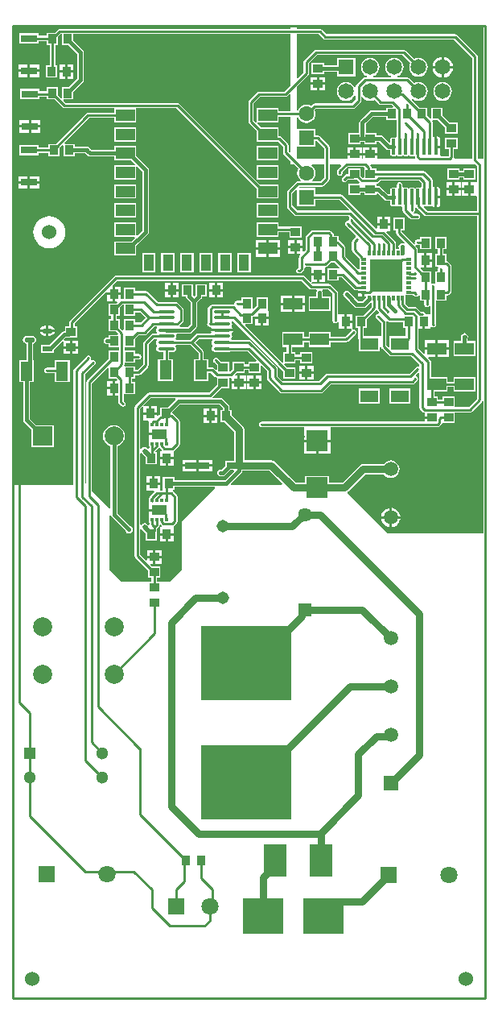
<source format=gtl>
G04*
G04 #@! TF.GenerationSoftware,Altium Limited,Altium Designer,20.2.8 (258)*
G04*
G04 Layer_Physical_Order=1*
G04 Layer_Color=255*
%FSLAX25Y25*%
%MOIN*%
G70*
G04*
G04 #@! TF.SameCoordinates,1A047D9A-836D-465F-8526-38319891AFC0*
G04*
G04*
G04 #@! TF.FilePolarity,Positive*
G04*
G01*
G75*
%ADD15C,0.01000*%
%ADD24R,0.04921X0.07874*%
%ADD25R,0.04231X0.02118*%
G04:AMPARAMS|DCode=26|XSize=42.31mil|YSize=21.18mil|CornerRadius=10.59mil|HoleSize=0mil|Usage=FLASHONLY|Rotation=180.000|XOffset=0mil|YOffset=0mil|HoleType=Round|Shape=RoundedRectangle|*
%AMROUNDEDRECTD26*
21,1,0.04231,0.00000,0,0,180.0*
21,1,0.02113,0.02118,0,0,180.0*
1,1,0.02118,-0.01056,0.00000*
1,1,0.02118,0.01056,0.00000*
1,1,0.02118,0.01056,0.00000*
1,1,0.02118,-0.01056,0.00000*
%
%ADD26ROUNDEDRECTD26*%
%ADD28R,0.08898X0.08504*%
%ADD33R,0.07874X0.04921*%
%ADD35R,0.01181X0.02362*%
%ADD36R,0.02362X0.01181*%
%ADD37R,0.13583X0.13583*%
%ADD38R,0.16700X0.15000*%
%ADD44R,0.07874X0.07874*%
%ADD45C,0.07874*%
%ADD53R,0.05118X0.05118*%
%ADD54C,0.05118*%
%ADD58R,0.03937X0.03543*%
%ADD59R,0.04331X0.06693*%
%ADD60R,0.07874X0.04724*%
%ADD61R,0.01181X0.01378*%
%ADD62R,0.06299X0.04331*%
%ADD63R,0.03543X0.03937*%
%ADD64R,0.10236X0.02559*%
%ADD65R,0.37795X0.30709*%
%ADD66R,0.09331X0.13268*%
%ADD67O,0.07284X0.01378*%
G04:AMPARAMS|DCode=68|XSize=64.57mil|YSize=16.14mil|CornerRadius=2.02mil|HoleSize=0mil|Usage=FLASHONLY|Rotation=90.000|XOffset=0mil|YOffset=0mil|HoleType=Round|Shape=RoundedRectangle|*
%AMROUNDEDRECTD68*
21,1,0.06457,0.01211,0,0,90.0*
21,1,0.06053,0.01614,0,0,90.0*
1,1,0.00404,0.00605,0.03027*
1,1,0.00404,0.00605,-0.03027*
1,1,0.00404,-0.00605,-0.03027*
1,1,0.00404,-0.00605,0.03027*
%
%ADD68ROUNDEDRECTD68*%
%ADD69R,0.06693X0.03150*%
%ADD70R,0.07480X0.05118*%
%ADD71C,0.03000*%
%ADD72C,0.01500*%
%ADD73C,0.02000*%
%ADD74C,0.06000*%
%ADD75C,0.06496*%
%ADD76R,0.06496X0.06496*%
%ADD77R,0.06299X0.06299*%
%ADD78C,0.06299*%
%ADD79C,0.07087*%
%ADD80R,0.07087X0.07087*%
%ADD81C,0.05150*%
%ADD82R,0.05709X0.05709*%
%ADD83C,0.05709*%
%ADD84R,0.05937X0.05937*%
%ADD85C,0.05937*%
%ADD86R,0.07087X0.07087*%
%ADD87C,0.02000*%
%ADD88C,0.01000*%
%ADD89C,0.01968*%
G36*
X630000Y498690D02*
X534222D01*
X534222Y498690D01*
X533793Y498605D01*
X533429Y498362D01*
X532136Y497069D01*
X528979D01*
Y495815D01*
X525447D01*
Y496868D01*
X517554D01*
Y492518D01*
X525447D01*
Y493571D01*
X528979D01*
Y491931D01*
X530229D01*
Y483568D01*
X528479D01*
Y478432D01*
X533222D01*
Y483568D01*
X532472D01*
Y491931D01*
X533722D01*
Y495482D01*
X534687Y496447D01*
X535278D01*
Y491931D01*
X538075D01*
X541623Y488383D01*
Y478117D01*
X538075Y474569D01*
X535278D01*
Y470115D01*
X534816Y469924D01*
X533722Y471018D01*
Y474569D01*
X528979D01*
Y472815D01*
X525947D01*
Y473868D01*
X518053D01*
Y469518D01*
X525947D01*
Y470571D01*
X528979D01*
Y469431D01*
X532136D01*
X535480Y466087D01*
X535844Y465844D01*
X536273Y465759D01*
X536273Y465759D01*
X556908D01*
Y463996D01*
X546028D01*
X546028Y463996D01*
X545598Y463910D01*
X545234Y463667D01*
X545234Y463667D01*
X532636Y451068D01*
X529479D01*
Y449622D01*
X525447D01*
Y450675D01*
X517554D01*
Y446325D01*
X525447D01*
Y447378D01*
X529479D01*
Y445931D01*
X534222D01*
Y449482D01*
X535316Y450576D01*
X535778Y450385D01*
Y445931D01*
X540521D01*
Y447123D01*
X544930D01*
X545901Y446153D01*
X546347Y445854D01*
X546874Y445750D01*
X556908D01*
Y444164D01*
X564035D01*
X565485Y442714D01*
X565278Y442214D01*
X556908D01*
Y436290D01*
X565982D01*
Y441510D01*
X566482Y441717D01*
X568623Y439575D01*
Y415306D01*
X566482Y413165D01*
X565982Y413372D01*
Y418592D01*
X556908D01*
Y412668D01*
X565278D01*
X565485Y412168D01*
X564035Y410718D01*
X556908D01*
Y404794D01*
X565982D01*
Y408772D01*
X570973Y413763D01*
X570973Y413763D01*
X571272Y414210D01*
X571377Y414736D01*
Y440146D01*
X571272Y440672D01*
X570973Y441119D01*
X570973Y441119D01*
X565982Y446110D01*
Y450088D01*
X556908D01*
Y448502D01*
X547444D01*
X546598Y449348D01*
X546598Y449348D01*
X546473Y449473D01*
X546027Y449772D01*
X545500Y449876D01*
X540521D01*
Y451068D01*
X536461D01*
X536270Y451530D01*
X546492Y461753D01*
X556908D01*
Y459912D01*
X565982D01*
Y465759D01*
X582655D01*
X615963Y432451D01*
Y428416D01*
X625037D01*
Y434340D01*
X618746D01*
X618638Y434362D01*
X618638Y434362D01*
X617224D01*
X615679Y435908D01*
X616004Y436290D01*
X616446Y436290D01*
X625037D01*
Y442214D01*
X615963D01*
Y436788D01*
X615963Y436330D01*
X615581Y436005D01*
X583913Y467673D01*
X583549Y467917D01*
X583119Y468002D01*
X583119Y468002D01*
X536738D01*
X535770Y468970D01*
X535961Y469431D01*
X540021D01*
Y472622D01*
X543973Y476574D01*
X543973Y476574D01*
X544272Y477021D01*
X544377Y477547D01*
Y488953D01*
X544272Y489479D01*
X543973Y489926D01*
X543973Y489926D01*
X540021Y493878D01*
Y496447D01*
X630000D01*
Y475386D01*
X627335Y472722D01*
X616800D01*
X616371Y472636D01*
X616007Y472393D01*
X616007Y472393D01*
X612807Y469193D01*
X612564Y468829D01*
X612478Y468400D01*
X612478Y468400D01*
Y460325D01*
X612478Y460325D01*
X612564Y459896D01*
X612807Y459532D01*
X615963Y456376D01*
Y452038D01*
X622254D01*
X622362Y452016D01*
X624898D01*
X626878Y450035D01*
Y447500D01*
X626878Y447500D01*
X626964Y447071D01*
X627207Y446707D01*
X630000Y443914D01*
Y442500D01*
X631414D01*
X633166Y440748D01*
X632847Y439979D01*
X632718Y439000D01*
X632847Y438021D01*
X633225Y437109D01*
X633826Y436326D01*
X634157Y436072D01*
X633987Y435572D01*
X632950D01*
X632950Y435572D01*
X632521Y435486D01*
X632157Y435243D01*
X632157Y435243D01*
X628807Y431893D01*
X628564Y431529D01*
X628478Y431100D01*
X628478Y431100D01*
Y425000D01*
X628478Y425000D01*
X628564Y424571D01*
X628807Y424207D01*
X631507Y421507D01*
X631507Y421507D01*
X631871Y421264D01*
X632300Y421178D01*
X632300Y421178D01*
X654034D01*
X654390Y420806D01*
X654349Y420235D01*
X654106Y419871D01*
X654056Y419621D01*
X653750Y419172D01*
X653321Y419086D01*
X652957Y418843D01*
X652714Y418479D01*
X652628Y418050D01*
X652714Y417621D01*
X652957Y417257D01*
X657034Y413180D01*
X656931Y412576D01*
X656807Y412493D01*
X656807Y412493D01*
X655707Y411393D01*
X655464Y411029D01*
X655378Y410600D01*
X655378Y410600D01*
Y407138D01*
X655378Y407138D01*
X655464Y406709D01*
X655707Y406345D01*
X658445Y403606D01*
Y403480D01*
X658445Y403480D01*
X658467Y403372D01*
Y399373D01*
X658005Y399181D01*
X652638Y404548D01*
Y408283D01*
X652553Y408712D01*
X652310Y409076D01*
X652310Y409076D01*
X650193Y411193D01*
X649872Y411408D01*
Y413068D01*
X648184D01*
X647839Y413383D01*
X647753Y413812D01*
X647510Y414176D01*
X647510Y414176D01*
X646693Y414993D01*
X646329Y415236D01*
X645900Y415322D01*
X645900Y415322D01*
X639100D01*
X638671Y415236D01*
X638307Y414993D01*
X638307Y414993D01*
X636607Y413293D01*
X636364Y412929D01*
X636278Y412500D01*
X636278Y412500D01*
Y407315D01*
X635430Y406467D01*
X634969Y406658D01*
Y407850D01*
X632500D01*
Y405579D01*
X633889D01*
X634081Y405117D01*
X633707Y404743D01*
X633464Y404379D01*
X633378Y403950D01*
X633378Y403950D01*
Y399865D01*
X633195Y399681D01*
X632971Y399636D01*
X632607Y399393D01*
X632364Y399029D01*
X632278Y398600D01*
X632364Y398171D01*
X632607Y397807D01*
X632971Y397564D01*
X633400Y397479D01*
X633700D01*
X633700Y397478D01*
X634129Y397564D01*
X634493Y397807D01*
X635293Y398607D01*
X635536Y398971D01*
X635622Y399400D01*
X635622Y399400D01*
Y399664D01*
X636100Y400078D01*
X638124D01*
X638579Y399969D01*
X638579Y399578D01*
Y397500D01*
X641350D01*
X644122D01*
Y399662D01*
X644379Y400052D01*
X644563Y400111D01*
X644826Y400164D01*
X645190Y400407D01*
X646714Y401931D01*
X648285D01*
X650239Y399978D01*
X649941Y399569D01*
X645278D01*
Y394431D01*
X650021D01*
Y395879D01*
X651114D01*
X656207Y390786D01*
X656571Y390543D01*
X657000Y390457D01*
X657000Y390457D01*
X658067D01*
Y390110D01*
X660248D01*
Y389610D01*
X660748D01*
Y388020D01*
X660916D01*
X660980Y387983D01*
X661118Y387830D01*
X661207Y387520D01*
X659664Y385977D01*
X657970D01*
X654147Y389800D01*
X653700Y390098D01*
X653173Y390203D01*
X653127D01*
X652600Y390098D01*
X652153Y389800D01*
X651855Y389353D01*
X651750Y388827D01*
X651855Y388300D01*
X652153Y387853D01*
X652294Y387760D01*
X656427Y383627D01*
X656427Y383627D01*
X656873Y383328D01*
X657400Y383224D01*
X657400Y383224D01*
X660234D01*
X660761Y383328D01*
X661207Y383627D01*
X662957Y385377D01*
X663457Y385249D01*
Y383591D01*
X659935Y380068D01*
X656778D01*
Y374932D01*
X658028D01*
Y370697D01*
X658028Y370697D01*
X658113Y370268D01*
X658357Y369904D01*
X658361Y369900D01*
Y365168D01*
X667041D01*
Y366808D01*
X667541Y366857D01*
X667564Y366742D01*
X667807Y366378D01*
X670772Y363413D01*
X671136Y363170D01*
X671565Y363085D01*
X671565Y363085D01*
X679929D01*
X683245Y359769D01*
X683213Y359318D01*
X682785Y359005D01*
X682700Y359022D01*
X682271Y358936D01*
X681907Y358693D01*
X679235Y356021D01*
X645200D01*
X644771Y355936D01*
X644407Y355693D01*
X644407Y355693D01*
X641635Y352922D01*
X626665D01*
X624622Y354965D01*
Y358100D01*
X624622Y358100D01*
X624536Y358529D01*
X624293Y358893D01*
X624293Y358893D01*
X613511Y369675D01*
X613147Y369918D01*
X612718Y370004D01*
X612718Y370003D01*
X605537D01*
X605385Y370503D01*
X605398Y370512D01*
X605683Y370938D01*
X605783Y371441D01*
X605683Y371944D01*
X605574Y372106D01*
X605649Y372758D01*
X605686Y372782D01*
X606060Y373341D01*
X606091Y373500D01*
X601516D01*
X596940D01*
X596972Y373341D01*
X597119Y373122D01*
X596851Y372621D01*
X591500D01*
X591500Y372622D01*
X591071Y372536D01*
X590707Y372293D01*
X590707Y372293D01*
X588417Y370003D01*
X582506D01*
X582354Y370503D01*
X582366Y370512D01*
X582651Y370938D01*
X582751Y371441D01*
X582651Y371944D01*
X582531Y372124D01*
X582798Y372623D01*
X588000D01*
X588527Y372728D01*
X588973Y373027D01*
X590973Y375027D01*
X591272Y375473D01*
X591376Y376000D01*
X591376Y376000D01*
Y385430D01*
X592802Y386855D01*
X592802Y386855D01*
X593100Y387302D01*
X593205Y387829D01*
Y387931D01*
X595222D01*
Y393069D01*
X590479D01*
Y389611D01*
X590452Y389478D01*
Y388399D01*
X590000Y387947D01*
X589521Y388425D01*
Y393069D01*
X584778D01*
Y387931D01*
X586637D01*
X586728Y387473D01*
X587027Y387027D01*
X588624Y385430D01*
Y376570D01*
X587430Y375377D01*
X584147D01*
X584099Y375441D01*
X583963Y375876D01*
X585293Y377207D01*
X585293Y377207D01*
X585536Y377571D01*
X585622Y378000D01*
X585622Y378000D01*
Y382500D01*
X585622Y382500D01*
X585536Y382929D01*
X585293Y383293D01*
X585293Y383293D01*
X583293Y385293D01*
X582929Y385536D01*
X582500Y385622D01*
X582500Y385622D01*
X574965D01*
X570793Y389793D01*
X570429Y390036D01*
X570000Y390122D01*
X570000Y390122D01*
X565521D01*
Y391568D01*
X560778D01*
Y386822D01*
X559854D01*
X559854Y386822D01*
X559622Y387012D01*
Y388500D01*
X557350D01*
Y386032D01*
X557946D01*
X558137Y385570D01*
X557636Y385068D01*
X554479D01*
Y379931D01*
X555729D01*
Y378569D01*
X554479D01*
Y373431D01*
X557636D01*
X558499Y372568D01*
X558292Y372069D01*
X554479D01*
Y370877D01*
X554000D01*
X553473Y370772D01*
X553027Y370473D01*
X552728Y370027D01*
X552624Y369500D01*
X552728Y368973D01*
X553027Y368527D01*
X553473Y368228D01*
X554000Y368124D01*
X554479D01*
Y366932D01*
X558878D01*
Y365568D01*
X554479D01*
Y362018D01*
X545707Y353246D01*
X545464Y352882D01*
X545378Y352453D01*
X545378Y352453D01*
Y310697D01*
X544878Y310429D01*
X544822Y310467D01*
Y355735D01*
X548893Y359807D01*
X549136Y360171D01*
X549222Y360600D01*
X549136Y361029D01*
X548893Y361393D01*
X548529Y361636D01*
X548100Y361722D01*
X547671Y361636D01*
X547633Y361611D01*
X547272Y361971D01*
X547298Y362009D01*
X547383Y362439D01*
X547298Y362868D01*
X547055Y363231D01*
X546691Y363475D01*
X546262Y363560D01*
X545832Y363475D01*
X545469Y363231D01*
X545468Y363231D01*
X540307Y358070D01*
X540064Y357706D01*
X539978Y357277D01*
X539978Y357277D01*
Y310000D01*
X515649D01*
X515649Y499351D01*
X630000Y499351D01*
Y498690D01*
D02*
G37*
G36*
X643607Y494507D02*
X643607Y494507D01*
X643971Y494264D01*
X644400Y494178D01*
X644400Y494178D01*
X697735D01*
X705278Y486635D01*
Y445000D01*
X698011D01*
X697682Y445500D01*
X697722Y445700D01*
X697722Y445700D01*
Y448779D01*
X699168D01*
Y453522D01*
X694031D01*
Y448779D01*
X695478D01*
Y446165D01*
X695335Y446022D01*
X692304D01*
X692016Y446522D01*
X692081Y446847D01*
Y449374D01*
X690250D01*
Y449874D01*
X689750D01*
Y454126D01*
X689645D01*
X689372Y454072D01*
X688872Y454385D01*
Y459903D01*
X688872Y459903D01*
X688786Y460333D01*
X688720Y460431D01*
X688987Y460931D01*
X691075D01*
X692042Y459964D01*
X692042Y459964D01*
X694031Y457975D01*
Y455078D01*
X699168D01*
Y459821D01*
X696078D01*
X693989Y461910D01*
X693989Y461910D01*
X693021Y462878D01*
Y466069D01*
X688278D01*
Y461615D01*
X687816Y461424D01*
X686722Y462518D01*
Y466069D01*
X683565D01*
X680258Y469376D01*
X680588Y469752D01*
X681059Y469391D01*
X681995Y469003D01*
X683000Y468871D01*
X684004Y469003D01*
X684941Y469391D01*
X685744Y470008D01*
X686361Y470811D01*
X686749Y471747D01*
X686881Y472752D01*
X686749Y473757D01*
X686361Y474693D01*
X685744Y475496D01*
X684941Y476113D01*
X684004Y476501D01*
X683000Y476633D01*
X681995Y476501D01*
X681176Y476162D01*
X679045Y478293D01*
X678681Y478536D01*
X678252Y478622D01*
X678252Y478622D01*
X674390D01*
X674291Y479122D01*
X674941Y479391D01*
X675744Y480008D01*
X676361Y480811D01*
X676749Y481747D01*
X676881Y482752D01*
X676749Y483756D01*
X676361Y484693D01*
X675744Y485496D01*
X674941Y486113D01*
X674005Y486501D01*
X673000Y486633D01*
X671995Y486501D01*
X671059Y486113D01*
X670256Y485496D01*
X669639Y484693D01*
X669251Y483756D01*
X669119Y482752D01*
X669251Y481747D01*
X669639Y480811D01*
X670256Y480008D01*
X671059Y479391D01*
X671709Y479122D01*
X671610Y478622D01*
X664390D01*
X664291Y479122D01*
X664941Y479391D01*
X665744Y480008D01*
X666361Y480811D01*
X666749Y481747D01*
X666881Y482752D01*
X666749Y483756D01*
X666361Y484693D01*
X665744Y485496D01*
X664941Y486113D01*
X664005Y486501D01*
X663000Y486633D01*
X661996Y486501D01*
X661059Y486113D01*
X660256Y485496D01*
X659639Y484693D01*
X659251Y483756D01*
X659119Y482752D01*
X659251Y481747D01*
X659639Y480811D01*
X660256Y480008D01*
X661059Y479391D01*
X661709Y479122D01*
X661610Y478622D01*
X660800D01*
X660800Y478622D01*
X660371Y478536D01*
X660007Y478293D01*
X660007Y478293D01*
X657307Y475593D01*
X657064Y475229D01*
X656978Y474800D01*
X656896Y474708D01*
X656653Y474701D01*
X656291Y474784D01*
X655744Y475496D01*
X654941Y476113D01*
X654004Y476501D01*
X653000Y476633D01*
X651996Y476501D01*
X651059Y476113D01*
X650256Y475496D01*
X649639Y474693D01*
X649251Y473757D01*
X649119Y472752D01*
X649251Y471747D01*
X649639Y470811D01*
X650256Y470008D01*
X651059Y469391D01*
X651996Y469003D01*
X653000Y468871D01*
X654004Y469003D01*
X654941Y469391D01*
X655744Y470008D01*
X656361Y470811D01*
X656478Y471094D01*
X656978Y470995D01*
Y469365D01*
X655392Y467778D01*
X639919D01*
X639489Y467693D01*
X639125Y467450D01*
X639125Y467450D01*
X638425Y466749D01*
X638391Y466775D01*
X637479Y467153D01*
X636500Y467282D01*
X635521Y467153D01*
X634609Y466775D01*
X633826Y466174D01*
X633225Y465391D01*
X633000Y464848D01*
X632500Y464948D01*
Y474714D01*
X637243Y479457D01*
X637243Y479457D01*
X637486Y479821D01*
X637572Y480250D01*
X637572Y480250D01*
Y484385D01*
X640965Y487778D01*
X676387D01*
X679590Y484576D01*
X679251Y483756D01*
X679119Y482752D01*
X679251Y481747D01*
X679639Y480811D01*
X680256Y480008D01*
X681059Y479391D01*
X681995Y479003D01*
X683000Y478871D01*
X684004Y479003D01*
X684941Y479391D01*
X685744Y480008D01*
X686361Y480811D01*
X686749Y481747D01*
X686881Y482752D01*
X686749Y483756D01*
X686361Y484693D01*
X685744Y485496D01*
X684941Y486113D01*
X684004Y486501D01*
X683000Y486633D01*
X681995Y486501D01*
X681176Y486162D01*
X677645Y489693D01*
X677281Y489936D01*
X676852Y490022D01*
X676852Y490022D01*
X640500D01*
X640071Y489936D01*
X639707Y489693D01*
X639707Y489693D01*
X635657Y485643D01*
X635414Y485279D01*
X635328Y484850D01*
X635328Y484850D01*
Y480715D01*
X632962Y478348D01*
X632500Y478539D01*
Y496447D01*
X641667D01*
X643607Y494507D01*
D02*
G37*
G36*
X630000Y471561D02*
Y464622D01*
X625037D01*
Y465836D01*
X615963D01*
Y460255D01*
X615463Y460048D01*
X614722Y460790D01*
Y467935D01*
X617265Y470478D01*
X627800D01*
X627800Y470478D01*
X628229Y470564D01*
X628593Y470807D01*
X629538Y471752D01*
X630000Y471561D01*
D02*
G37*
G36*
X660256Y470008D02*
X661059Y469391D01*
X661996Y469003D01*
X663000Y468871D01*
X664005Y469003D01*
X664824Y469342D01*
X666555Y467611D01*
X666555Y467611D01*
X666919Y467368D01*
X667348Y467282D01*
X671778D01*
X672530Y466530D01*
X672338Y466069D01*
X669479D01*
Y464877D01*
X663500D01*
X662973Y464772D01*
X662527Y464473D01*
X661027Y462973D01*
X658777Y460723D01*
X658478Y460277D01*
X658373Y459750D01*
Y455521D01*
X653932D01*
Y450778D01*
X659068D01*
Y451773D01*
X660431D01*
Y450778D01*
X665568D01*
Y451773D01*
X666580D01*
X669453Y448901D01*
X669453Y448901D01*
X669899Y448602D01*
X670426Y448498D01*
X671327D01*
Y446847D01*
X671389Y446535D01*
X671567Y446269D01*
X671832Y446092D01*
X672145Y446030D01*
X673355D01*
X673668Y446092D01*
X673933Y446269D01*
X674067D01*
X674332Y446092D01*
X674645Y446030D01*
X675855D01*
X676168Y446092D01*
X676433Y446269D01*
X676567D01*
X676832Y446092D01*
X677145Y446030D01*
X678355D01*
X678668Y446092D01*
X678933Y446269D01*
X679067D01*
X679332Y446092D01*
X679645Y446030D01*
X680855D01*
X681007Y446060D01*
X681475Y445760D01*
X681537Y445404D01*
X681219Y445000D01*
X665969D01*
Y446350D01*
X663000D01*
Y446850D01*
D01*
Y446350D01*
X660032D01*
Y445000D01*
X659469D01*
Y446350D01*
X656500D01*
X653532D01*
Y445000D01*
X646122D01*
Y449700D01*
X646122Y449700D01*
X646036Y450129D01*
X645793Y450493D01*
X645793Y450493D01*
X641993Y454293D01*
X641629Y454536D01*
X641200Y454622D01*
X641200Y454622D01*
X640250D01*
Y457250D01*
X632750D01*
X632500Y457646D01*
Y462052D01*
X633000Y462152D01*
X633225Y461609D01*
X633826Y460826D01*
X634609Y460225D01*
X635521Y459847D01*
X636500Y459718D01*
X637479Y459847D01*
X638391Y460225D01*
X639174Y460826D01*
X639775Y461609D01*
X640153Y462521D01*
X640282Y463500D01*
X640153Y464479D01*
X639911Y465063D01*
X640383Y465535D01*
X655857D01*
X655857Y465535D01*
X656286Y465621D01*
X656650Y465864D01*
X658893Y468107D01*
X659136Y468471D01*
X659222Y468900D01*
X659222Y468900D01*
Y470575D01*
X659247Y470590D01*
X659722Y470704D01*
X660256Y470008D01*
D02*
G37*
G36*
X669479Y460931D02*
X673878D01*
Y454071D01*
X673378Y453714D01*
X673355Y453718D01*
X672145D01*
X671832Y453656D01*
X671567Y453479D01*
X671389Y453213D01*
X671327Y452901D01*
Y451626D01*
X670827Y451419D01*
X668124Y454123D01*
X667677Y454421D01*
X667150Y454526D01*
X665568D01*
Y455521D01*
X661127D01*
Y459180D01*
X664070Y462123D01*
X669479D01*
Y460931D01*
D02*
G37*
G36*
X630000Y447739D02*
X629538Y447548D01*
X629122Y447965D01*
Y450500D01*
X629122Y450500D01*
X629036Y450929D01*
X628793Y451293D01*
X628793Y451293D01*
X626155Y453931D01*
X625791Y454174D01*
X625362Y454259D01*
X625037Y454598D01*
Y457962D01*
X617549D01*
X616100Y459412D01*
X616307Y459912D01*
X625037D01*
Y462378D01*
X630000D01*
Y447739D01*
D02*
G37*
G36*
X709851Y445000D02*
X707522D01*
Y487100D01*
X707522Y487100D01*
X707436Y487529D01*
X707193Y487893D01*
X707193Y487893D01*
X698993Y496093D01*
X698629Y496336D01*
X698200Y496422D01*
X698200Y496422D01*
X644865D01*
X642924Y498362D01*
X642561Y498605D01*
X642132Y498690D01*
X642131Y498690D01*
X632500D01*
Y499351D01*
X709851Y499351D01*
X709851Y445000D01*
D02*
G37*
G36*
X643878Y449235D02*
Y445000D01*
X632500D01*
Y449354D01*
X632750Y449750D01*
X640250D01*
Y452344D01*
X640750Y452364D01*
X643878Y449235D01*
D02*
G37*
G36*
X650852Y442038D02*
X649538Y440725D01*
X649295Y440361D01*
X649210Y439931D01*
X649210Y439931D01*
Y439000D01*
X649295Y438571D01*
X649538Y438207D01*
X649902Y437964D01*
X650331Y437878D01*
X650761Y437964D01*
X651125Y438207D01*
X651368Y438571D01*
X651453Y439000D01*
Y439467D01*
X653565Y441578D01*
X660144D01*
X660480Y441138D01*
X660431Y441021D01*
X660431D01*
Y437145D01*
X659932Y437001D01*
X659068Y437864D01*
Y441021D01*
X653932D01*
Y438499D01*
X653278D01*
X653278Y438499D01*
X652849Y438414D01*
X652485Y438171D01*
X652485Y438171D01*
X651507Y437193D01*
X651264Y436829D01*
X651178Y436400D01*
X651264Y435971D01*
X651507Y435607D01*
X651871Y435364D01*
X652300Y435278D01*
X652729Y435364D01*
X653093Y435607D01*
X653743Y436256D01*
X655425D01*
X655425Y436256D01*
X655534Y436278D01*
X657482D01*
X658538Y435222D01*
X658331Y434722D01*
X653932D01*
Y429979D01*
X659068D01*
Y430974D01*
X660431D01*
Y429979D01*
X665568D01*
Y430378D01*
X666069Y430585D01*
X668827Y427827D01*
X669273Y427528D01*
X669800Y427423D01*
X671327D01*
Y426099D01*
X671389Y425787D01*
X671567Y425521D01*
X671832Y425344D01*
X672145Y425282D01*
X673355D01*
X673668Y425344D01*
X673933Y425521D01*
X674067D01*
X674332Y425344D01*
X674645Y425282D01*
X675855D01*
X675878Y425286D01*
X676378Y424929D01*
Y423700D01*
X676378Y423700D01*
X676464Y423271D01*
X676707Y422907D01*
X679407Y420207D01*
X679407Y420207D01*
X679771Y419964D01*
X680200Y419878D01*
X680200Y419878D01*
X682600D01*
X683029Y419964D01*
X683393Y420207D01*
X683636Y420571D01*
X683722Y421000D01*
X683636Y421429D01*
X683393Y421793D01*
X683029Y422036D01*
X682600Y422122D01*
X681117D01*
X680965Y422622D01*
X681093Y422707D01*
X681336Y423071D01*
X681422Y423500D01*
Y424567D01*
X681869Y424955D01*
X681922Y424969D01*
X682021Y424914D01*
X682264Y424550D01*
X685407Y421407D01*
X685407Y421407D01*
X685771Y421164D01*
X686200Y421078D01*
X686200Y421078D01*
X707264D01*
Y345550D01*
X703835Y342122D01*
X698069D01*
Y346521D01*
X692932D01*
Y345271D01*
X691069D01*
Y346521D01*
X689622D01*
Y348557D01*
X695037D01*
Y350497D01*
X697463D01*
Y348557D01*
X706537D01*
Y354679D01*
X697463D01*
Y352740D01*
X695037D01*
Y354679D01*
X688184D01*
Y360808D01*
X688185Y360808D01*
X688099Y361237D01*
X687856Y361601D01*
X686998Y362459D01*
X687189Y362921D01*
X690000D01*
Y365882D01*
X685563D01*
Y364547D01*
X685101Y364356D01*
X683022Y366435D01*
Y374532D01*
X684650D01*
Y377500D01*
X685650D01*
Y374532D01*
X687921D01*
Y375085D01*
X688062Y375203D01*
X688421Y375331D01*
X688671Y375164D01*
X689100Y375078D01*
X689529Y375164D01*
X689893Y375407D01*
X690136Y375771D01*
X690222Y376200D01*
X690136Y376629D01*
X690122Y376651D01*
Y386121D01*
X694521D01*
Y388085D01*
X694914Y388378D01*
X695343Y388464D01*
X695707Y388707D01*
X696293Y389293D01*
X696293Y389293D01*
X696536Y389657D01*
X696622Y390086D01*
Y400500D01*
X696536Y400929D01*
X696293Y401293D01*
X696293Y401293D01*
X695293Y402293D01*
X694929Y402536D01*
X694521Y402617D01*
Y405465D01*
X693271D01*
Y407432D01*
X694521D01*
Y412569D01*
X689778D01*
Y407432D01*
X691028D01*
Y405465D01*
X689778D01*
Y400328D01*
X690975D01*
X690978Y400325D01*
X691197Y399828D01*
X691064Y399629D01*
X690978Y399200D01*
X691028Y398951D01*
Y398362D01*
X689778D01*
Y393505D01*
X689671Y393391D01*
X689304Y393161D01*
X689000Y393221D01*
X688696Y393161D01*
X688329Y393391D01*
X688222Y393505D01*
Y398362D01*
X684868D01*
X683764Y399466D01*
X683955Y399928D01*
X685350D01*
Y402897D01*
Y405865D01*
X683079D01*
Y405865D01*
X682622Y405969D01*
Y407500D01*
X682536Y407929D01*
X682293Y408293D01*
X682293Y408293D01*
X681627Y408959D01*
X681946Y409347D01*
X682071Y409264D01*
X682500Y409178D01*
X683479D01*
Y407432D01*
X688222D01*
Y412569D01*
X683479D01*
Y411422D01*
X682500D01*
X682071Y411336D01*
X681707Y411093D01*
X681464Y410729D01*
X681378Y410300D01*
X681464Y409871D01*
X681547Y409746D01*
X681159Y409427D01*
X675971Y414615D01*
Y415332D01*
X677221D01*
Y420469D01*
X672478D01*
Y415332D01*
X673728D01*
Y414150D01*
X673728Y414150D01*
X673813Y413721D01*
X674056Y413357D01*
X677272Y410142D01*
X676953Y409754D01*
X676627Y409972D01*
X676100Y410077D01*
X675573Y409972D01*
X675127Y409673D01*
X674828Y409227D01*
X674723Y408700D01*
X674828Y408173D01*
X674922Y408033D01*
X674726Y407533D01*
X673574D01*
Y410073D01*
X673489Y410502D01*
X673246Y410866D01*
X673246Y410866D01*
X669642Y414470D01*
X669833Y414931D01*
X671322D01*
Y417400D01*
X668550D01*
X665779D01*
Y416160D01*
X665692Y416087D01*
X665279Y415952D01*
X651470Y429762D01*
X651106Y430005D01*
X650677Y430090D01*
X650677Y430090D01*
X640250D01*
Y432750D01*
X634005D01*
X633738Y433250D01*
X633790Y433328D01*
X642850D01*
X642850Y433328D01*
X643279Y433414D01*
X643643Y433657D01*
X645793Y435807D01*
X646036Y436171D01*
X646122Y436600D01*
X646122Y436600D01*
Y442500D01*
X650661D01*
X650852Y442038D01*
D02*
G37*
G36*
X643878Y437065D02*
X642385Y435572D01*
X639013D01*
X638843Y436072D01*
X639174Y436326D01*
X639775Y437109D01*
X640153Y438021D01*
X640282Y439000D01*
X640153Y439979D01*
X639775Y440891D01*
X639174Y441674D01*
X638750Y442000D01*
X638919Y442500D01*
X643878D01*
Y437065D01*
D02*
G37*
G36*
X684128Y434885D02*
Y433202D01*
X683689Y432921D01*
X683628Y432916D01*
X683355Y432970D01*
X682145D01*
X681832Y432908D01*
X681567Y432731D01*
X681433D01*
X681168Y432908D01*
X680855Y432970D01*
X679645D01*
X679332Y432908D01*
X679067Y432731D01*
X678933D01*
X678668Y432908D01*
X678355Y432970D01*
X677145D01*
X676832Y432908D01*
X676822Y432901D01*
X676322Y433168D01*
Y434200D01*
X676236Y434629D01*
X675993Y434993D01*
X675629Y435236D01*
X675200Y435322D01*
X674771Y435236D01*
X674407Y434993D01*
X674164Y434629D01*
X674078Y434200D01*
Y433235D01*
X673909Y433100D01*
X673578Y432926D01*
X673355Y432970D01*
X672145D01*
X671832Y432908D01*
X671567Y432731D01*
X671389Y432465D01*
X671327Y432153D01*
Y430176D01*
X670370D01*
X667223Y433324D01*
X666776Y433622D01*
X666250Y433727D01*
X665568D01*
Y434685D01*
X665853Y434742D01*
X666217Y434985D01*
X667160Y435928D01*
X683086D01*
X684128Y434885D01*
D02*
G37*
G36*
X707264Y441950D02*
Y435499D01*
X706968Y435122D01*
X706764Y435122D01*
X704500D01*
Y432350D01*
Y429579D01*
X706764D01*
X706968Y429579D01*
X707264Y429201D01*
Y423322D01*
X686665D01*
X685166Y424820D01*
X685358Y425282D01*
X685855D01*
X686168Y425344D01*
X686433Y425521D01*
X686567D01*
X686832Y425344D01*
X687145Y425282D01*
X688355D01*
X688668Y425344D01*
X688693Y425361D01*
X688778Y425233D01*
X689176Y424967D01*
X689645Y424874D01*
X689750D01*
Y429126D01*
Y433378D01*
X689645D01*
X689372Y433323D01*
X688872Y433637D01*
Y435950D01*
X688872Y435950D01*
X688786Y436379D01*
X688543Y436743D01*
X688543Y436743D01*
X685844Y439443D01*
X685480Y439686D01*
X685050Y439771D01*
X685050Y439771D01*
X665568D01*
Y441021D01*
X664008D01*
X663522Y441100D01*
X663436Y441529D01*
X663193Y441893D01*
X663193Y441893D01*
X663048Y442038D01*
X663239Y442500D01*
X706714D01*
X707264Y441950D01*
D02*
G37*
G36*
X632750Y432011D02*
Y425250D01*
X640250D01*
Y427847D01*
X650212D01*
X654138Y423922D01*
X653930Y423422D01*
X632765D01*
X630722Y425465D01*
Y430635D01*
X632289Y432202D01*
X632750Y432011D01*
D02*
G37*
G36*
X680533Y388420D02*
Y388420D01*
X680533Y388420D01*
X680992Y388321D01*
X681207Y388107D01*
X681207Y388107D01*
X681571Y387864D01*
X682000Y387778D01*
X682429Y387864D01*
X682793Y388107D01*
X682979Y388385D01*
X683381Y388339D01*
X683479Y388302D01*
Y386121D01*
X685378D01*
Y384600D01*
X685464Y384171D01*
X685707Y383807D01*
X686071Y383564D01*
X686500Y383478D01*
X686929Y383564D01*
X687293Y383807D01*
X687378Y383935D01*
X687878Y383783D01*
Y380469D01*
X685935D01*
X685853Y380569D01*
X685767Y380998D01*
X685524Y381362D01*
X685160Y381605D01*
X684731Y381690D01*
X683996D01*
X682293Y383393D01*
X681929Y383636D01*
X681500Y383722D01*
X681500Y383721D01*
X678827D01*
X677582Y384967D01*
X677580Y385467D01*
X677580D01*
Y388420D01*
X680533D01*
X680533Y388420D01*
D02*
G37*
G36*
X560778Y384482D02*
Y379931D01*
X565521D01*
Y381379D01*
X567535D01*
X569796Y379118D01*
X567799Y377121D01*
X565521D01*
Y378569D01*
X560778D01*
Y374115D01*
X560316Y373924D01*
X559222Y375018D01*
Y378569D01*
X557972D01*
Y379931D01*
X559222D01*
Y383482D01*
X560278Y384538D01*
X560778Y384482D01*
D02*
G37*
G36*
X574614Y374938D02*
X574602Y374929D01*
X574317Y374503D01*
X574217Y374000D01*
X574317Y373497D01*
X574602Y373071D01*
X574614Y373062D01*
X574463Y372563D01*
X572941D01*
X572941Y372563D01*
X572512Y372477D01*
X572148Y372234D01*
X572148Y372234D01*
X569207Y369293D01*
X568964Y368929D01*
X568878Y368500D01*
X568878Y368500D01*
Y359965D01*
X566535Y357622D01*
X565521D01*
Y359068D01*
X561359D01*
X561066Y359569D01*
X561122Y359846D01*
X561122Y359846D01*
Y360432D01*
X565521D01*
Y361878D01*
X567000D01*
X567429Y361964D01*
X567793Y362207D01*
X568036Y362571D01*
X568122Y363000D01*
X568036Y363429D01*
X567793Y363793D01*
X567429Y364036D01*
X567000Y364122D01*
X565521D01*
Y365568D01*
X561122D01*
Y366932D01*
X565521D01*
Y370482D01*
X566917Y371879D01*
X569500D01*
X569500Y371878D01*
X569929Y371964D01*
X570293Y372207D01*
X573524Y375437D01*
X574463D01*
X574614Y374938D01*
D02*
G37*
G36*
X665816Y382098D02*
X666628Y381286D01*
X666426Y380875D01*
X666388Y380819D01*
X665971Y380736D01*
X665607Y380493D01*
X665364Y380129D01*
X665278Y379700D01*
X665364Y379271D01*
X665607Y378907D01*
X667478Y377035D01*
Y371637D01*
X667041Y371486D01*
Y371486D01*
X660271D01*
Y374932D01*
X661521D01*
Y378482D01*
X665171Y382132D01*
X665704Y382157D01*
X665816Y382098D01*
D02*
G37*
G36*
X670207Y377707D02*
X670207Y377707D01*
X670571Y377464D01*
X671000Y377379D01*
X676479D01*
Y374932D01*
X677729D01*
Y371486D01*
X670959D01*
Y367052D01*
X670497Y366860D01*
X669722Y367636D01*
Y377485D01*
X669754Y377516D01*
X670186Y377728D01*
X670207Y377707D01*
D02*
G37*
G36*
X597722Y369919D02*
X597708Y369861D01*
X597634Y369811D01*
X597349Y369385D01*
X597249Y368882D01*
X597349Y368379D01*
X597634Y367953D01*
X597708Y367903D01*
Y367302D01*
X597634Y367252D01*
X597349Y366826D01*
X597249Y366323D01*
X597349Y365820D01*
X597634Y365394D01*
X598060Y365109D01*
X598563Y365009D01*
X604468D01*
X604971Y365109D01*
X605110Y365201D01*
X612158D01*
X615876Y361483D01*
X615685Y361021D01*
X612431D01*
Y359771D01*
X611068D01*
Y361021D01*
X605932D01*
Y357864D01*
X605068Y357001D01*
X604568Y357208D01*
Y361021D01*
X601018D01*
X599888Y362151D01*
X599793Y362293D01*
X599429Y362536D01*
X599000Y362621D01*
X598571Y362536D01*
X598207Y362293D01*
X597964Y361929D01*
X597878Y361500D01*
Y361453D01*
X597878Y361453D01*
X597964Y361024D01*
X598207Y360660D01*
X599432Y359435D01*
Y357729D01*
X598970Y357538D01*
X598214Y358293D01*
X597851Y358536D01*
X597421Y358622D01*
X597421Y358622D01*
X595942D01*
Y362037D01*
X594003D01*
Y364882D01*
X593918Y365311D01*
X593675Y365675D01*
X593675Y365675D01*
X590468Y368882D01*
X591965Y370378D01*
X597583D01*
X597722Y369919D01*
D02*
G37*
G36*
X620178Y357181D02*
Y354100D01*
X620178Y354100D01*
X620264Y353671D01*
X620507Y353307D01*
X625607Y348207D01*
X625971Y347964D01*
X626400Y347878D01*
X626400Y347879D01*
X642600D01*
X642600Y347878D01*
X643029Y347964D01*
X643393Y348207D01*
X646765Y351578D01*
X680600D01*
X680600Y351578D01*
X681029Y351664D01*
X681393Y351907D01*
X682493Y353007D01*
X682493Y353007D01*
X682736Y353371D01*
X682822Y353800D01*
X682736Y354229D01*
X682493Y354593D01*
X682129Y354836D01*
X681963Y354869D01*
X681798Y355412D01*
X682916Y356530D01*
X683378Y356339D01*
Y342000D01*
X683378Y342000D01*
X683464Y341571D01*
X683707Y341207D01*
X684707Y340207D01*
X684707Y340207D01*
X685071Y339964D01*
X685500Y339879D01*
X685532D01*
Y338350D01*
X688500D01*
Y337350D01*
X685532D01*
Y336100D01*
X618107D01*
X618000Y336122D01*
X617571Y336036D01*
X617207Y335793D01*
X616964Y335429D01*
X616878Y335000D01*
X616964Y334571D01*
X617207Y334207D01*
X617228Y334186D01*
X617228Y334186D01*
X617592Y333943D01*
X618021Y333857D01*
X618021Y333857D01*
X635454D01*
X635551Y333398D01*
X635551Y333357D01*
Y328646D01*
X641000D01*
X646449D01*
Y333357D01*
X646449Y333398D01*
X646547Y333857D01*
X690924D01*
X690924Y333857D01*
X691353Y333943D01*
X691717Y334186D01*
X692361Y334830D01*
X692362Y334830D01*
X692571Y335143D01*
X692932Y335479D01*
X693132Y335479D01*
X698069D01*
Y339879D01*
X704300D01*
X704300Y339878D01*
X704729Y339964D01*
X705093Y340207D01*
X709179Y344293D01*
X709351Y344550D01*
X709851Y344444D01*
Y290000D01*
X670000D01*
X653504Y306496D01*
X653568Y307139D01*
X653868Y307340D01*
X660887Y314359D01*
X668645D01*
X668955Y313955D01*
X669700Y313383D01*
X670568Y313023D01*
X671500Y312901D01*
X672432Y313023D01*
X673300Y313383D01*
X674045Y313955D01*
X674617Y314700D01*
X674977Y315568D01*
X675099Y316500D01*
X674977Y317432D01*
X674617Y318300D01*
X674045Y319045D01*
X673300Y319617D01*
X672432Y319977D01*
X671500Y320099D01*
X670568Y319977D01*
X669700Y319617D01*
X668955Y319045D01*
X668645Y318641D01*
X660000D01*
X659181Y318478D01*
X658486Y318014D01*
X651468Y310996D01*
X646049D01*
Y313706D01*
X635951D01*
Y310996D01*
X632033D01*
X623514Y319514D01*
X622819Y319978D01*
X622000Y320141D01*
X610803D01*
Y332791D01*
X610640Y333611D01*
X610175Y334305D01*
X605521Y338960D01*
Y341069D01*
X604526D01*
Y342350D01*
X604526Y342350D01*
X604421Y342877D01*
X604123Y343324D01*
X601973Y345473D01*
X601527Y345772D01*
X601000Y345877D01*
X597819D01*
X597612Y346376D01*
X601215Y349979D01*
X604568D01*
Y354379D01*
X605154D01*
X605154Y354378D01*
X605532Y354068D01*
Y352850D01*
X608000D01*
Y355122D01*
X607015D01*
X606824Y355584D01*
X607518Y356278D01*
X611068D01*
Y357528D01*
X612431D01*
Y356278D01*
X617568D01*
Y359138D01*
X618030Y359329D01*
X620178Y357181D01*
D02*
G37*
G36*
X574614Y369819D02*
X574602Y369811D01*
X574317Y369385D01*
X574217Y368882D01*
X574317Y368379D01*
X574602Y367953D01*
X574676Y367903D01*
Y367302D01*
X574602Y367252D01*
X574317Y366826D01*
X574217Y366323D01*
X574317Y365820D01*
X574602Y365394D01*
X575029Y365109D01*
X575531Y365009D01*
X577363D01*
Y362037D01*
X575058D01*
Y352963D01*
X581179D01*
Y362037D01*
X579606D01*
Y365009D01*
X581437D01*
X581940Y365109D01*
X582366Y365394D01*
X582651Y365820D01*
X582751Y366323D01*
X582651Y366826D01*
X582366Y367252D01*
X582354Y367260D01*
X582506Y367760D01*
X588417D01*
X591760Y364417D01*
Y362037D01*
X589821D01*
Y352963D01*
X595942D01*
Y356379D01*
X596957D01*
X598628Y354707D01*
X598628Y354707D01*
X598992Y354464D01*
X599421Y354378D01*
X599432Y353905D01*
Y351368D01*
X596185Y348122D01*
X571500D01*
X571500Y348122D01*
X571071Y348036D01*
X570707Y347793D01*
X570707Y347793D01*
X565707Y342793D01*
X565464Y342429D01*
X565378Y342000D01*
X565378Y342000D01*
Y280654D01*
X565378Y280654D01*
X565464Y280224D01*
X565707Y279860D01*
X570931Y274636D01*
Y271479D01*
X572378D01*
Y270021D01*
X570931D01*
Y270000D01*
X560000D01*
X555000Y275000D01*
Y297121D01*
X555492Y297210D01*
X555791Y296763D01*
X561447Y291107D01*
X561493Y290876D01*
X561846Y290347D01*
X562376Y289993D01*
X563000Y289869D01*
X563624Y289993D01*
X564153Y290347D01*
X564507Y290876D01*
X564631Y291500D01*
X564507Y292124D01*
X564153Y292653D01*
X563624Y293007D01*
X563393Y293053D01*
X558140Y298306D01*
Y325797D01*
X559052Y326175D01*
X560000Y326902D01*
X560727Y327850D01*
X561184Y328953D01*
X561340Y330138D01*
X561184Y331322D01*
X560727Y332426D01*
X560000Y333374D01*
X559052Y334101D01*
X557948Y334558D01*
X556764Y334714D01*
X555579Y334558D01*
X554476Y334101D01*
X553528Y333374D01*
X552801Y332426D01*
X552344Y331322D01*
X552188Y330138D01*
X552344Y328953D01*
X552801Y327850D01*
X553528Y326902D01*
X554476Y326175D01*
X555387Y325797D01*
Y300272D01*
X554887Y300113D01*
X547622Y307379D01*
Y351988D01*
X554017Y358383D01*
X554479Y358192D01*
Y353931D01*
X557636D01*
X558137Y353430D01*
X557946Y352969D01*
X557350D01*
Y350000D01*
Y347031D01*
X558601D01*
Y344278D01*
X558601Y344278D01*
X558686Y343849D01*
X558929Y343485D01*
X559707Y342707D01*
X559707Y342707D01*
X560071Y342464D01*
X560500Y342378D01*
X560929Y342464D01*
X561293Y342707D01*
X561536Y343071D01*
X561622Y343500D01*
X561536Y343929D01*
X561293Y344293D01*
X561293Y344293D01*
X560844Y344742D01*
Y347431D01*
X565521D01*
Y352569D01*
X564271D01*
Y353931D01*
X565521D01*
Y355379D01*
X567000D01*
X567000Y355378D01*
X567429Y355464D01*
X567793Y355707D01*
X570793Y358707D01*
X571036Y359071D01*
X571122Y359500D01*
X571122Y359500D01*
Y368035D01*
X573406Y370319D01*
X574463D01*
X574614Y369819D01*
D02*
G37*
G36*
X582285Y345750D02*
X582385Y345378D01*
X579075Y342069D01*
X575778D01*
Y339060D01*
X575425Y338825D01*
X575425Y338825D01*
X575084Y338483D01*
X574622Y338674D01*
Y339000D01*
X571850D01*
X569079D01*
Y336531D01*
X570983D01*
X571357Y336226D01*
Y334165D01*
X571350D01*
Y331500D01*
X575500D01*
Y330500D01*
X571350D01*
Y327835D01*
X571357D01*
Y325774D01*
X571426D01*
Y325082D01*
X570964Y324891D01*
X570701Y325153D01*
X570171Y325507D01*
X569547Y325631D01*
X569500D01*
X568876Y325507D01*
X568347Y325153D01*
X568122Y324817D01*
X567622Y324969D01*
Y341535D01*
X568596Y342510D01*
X569079Y342285D01*
Y340000D01*
X571350D01*
Y342469D01*
X569262D01*
X569038Y342951D01*
X571965Y345879D01*
X582195D01*
X582285Y345750D01*
D02*
G37*
G36*
X601773Y341780D02*
Y341069D01*
X600778D01*
Y335931D01*
X602493D01*
X606520Y331904D01*
Y319880D01*
X602943D01*
Y318067D01*
X601253Y316376D01*
X601000D01*
X600473Y316272D01*
X600027Y315973D01*
X599728Y315527D01*
X599623Y315000D01*
X599728Y314473D01*
X600027Y314027D01*
X600473Y313728D01*
X601000Y313623D01*
X601823D01*
X602350Y313728D01*
X602796Y314027D01*
X604890Y316121D01*
X606323D01*
X606515Y315658D01*
X602801Y311945D01*
X581799D01*
Y313137D01*
X577056D01*
Y308000D01*
X576762Y307622D01*
X576712D01*
X576712Y307622D01*
X576712Y307622D01*
X575900D01*
Y310068D01*
X573128D01*
X570357D01*
Y307600D01*
X573307D01*
X573514Y307100D01*
X571707Y305293D01*
X571464Y304929D01*
X571423Y304726D01*
X571357D01*
Y303400D01*
X571335Y303292D01*
X571357Y303183D01*
Y302665D01*
X571350D01*
Y300000D01*
X575500D01*
Y299000D01*
X571350D01*
Y296335D01*
X571357D01*
Y294274D01*
X571426D01*
Y293636D01*
X571234Y293497D01*
X570945Y293409D01*
X570701Y293653D01*
X570171Y294007D01*
X569547Y294131D01*
X569500D01*
X568876Y294007D01*
X568347Y293653D01*
X568122Y293317D01*
X567622Y293469D01*
Y323031D01*
X568122Y323183D01*
X568347Y322847D01*
X568489Y322751D01*
X569979Y321261D01*
Y318431D01*
X574722D01*
Y323569D01*
X574279D01*
X574072Y324068D01*
X575218Y325215D01*
X575218Y325215D01*
X575232Y325235D01*
X575559Y325281D01*
X575844Y325251D01*
X576626Y324468D01*
X576419Y323969D01*
X575878D01*
Y321500D01*
X578650D01*
X581421D01*
Y323962D01*
X581429Y323964D01*
X581793Y324207D01*
X583793Y326207D01*
X583793Y326207D01*
X584036Y326571D01*
X584122Y327000D01*
X584122Y327000D01*
Y336122D01*
X584122Y336122D01*
X584036Y336551D01*
X583793Y336915D01*
X581391Y339317D01*
X581110Y339504D01*
X580997Y339878D01*
X580979Y340079D01*
X584023Y343124D01*
X600430D01*
X601773Y341780D01*
D02*
G37*
G36*
X626510Y310462D02*
X626319Y310000D01*
X605403D01*
X605211Y310462D01*
X609635Y314886D01*
X609933Y315332D01*
X610038Y315859D01*
X621113D01*
X626510Y310462D01*
D02*
G37*
G36*
X598730Y308730D02*
X585000Y295000D01*
Y275000D01*
X580000Y270000D01*
X576068D01*
Y270021D01*
X574622D01*
Y271479D01*
X576068D01*
Y276222D01*
X572518D01*
X571824Y276916D01*
X572015Y277378D01*
X573000D01*
Y279650D01*
X570532D01*
Y278861D01*
X570070Y278670D01*
X567622Y281118D01*
Y291531D01*
X568122Y291683D01*
X568347Y291347D01*
X568489Y291251D01*
X569979Y289761D01*
Y286931D01*
X574722D01*
Y290663D01*
X574744Y290772D01*
X574744Y290772D01*
Y292016D01*
X575309Y292581D01*
X575309Y292581D01*
X575552Y292945D01*
X575617Y293271D01*
X575896Y293417D01*
X576137Y293457D01*
X576614Y292981D01*
X576632Y292969D01*
X576480Y292469D01*
X575878D01*
Y290000D01*
X578650D01*
X581421D01*
Y292310D01*
X581421Y292469D01*
X581500Y292936D01*
X581567Y292981D01*
X582793Y294207D01*
X582793Y294207D01*
X583036Y294571D01*
X583122Y295000D01*
X583122Y295000D01*
Y305000D01*
X583122Y305000D01*
X583036Y305429D01*
X582793Y305793D01*
X581293Y307293D01*
X581273Y307908D01*
X581345Y308000D01*
X581799D01*
Y309192D01*
X598539D01*
X598730Y308730D01*
D02*
G37*
%LPC*%
G36*
X525846Y483882D02*
X522000D01*
Y481807D01*
X525846D01*
Y483882D01*
D02*
G37*
G36*
X521000D02*
X517154D01*
Y481807D01*
X521000D01*
Y483882D01*
D02*
G37*
G36*
X539921Y483968D02*
X537650D01*
Y481500D01*
X539921D01*
Y483968D01*
D02*
G37*
G36*
X536650D02*
X534378D01*
Y481500D01*
X536650D01*
Y483968D01*
D02*
G37*
G36*
X525846Y480807D02*
X522000D01*
Y478732D01*
X525846D01*
Y480807D01*
D02*
G37*
G36*
X521000D02*
X517154D01*
Y478732D01*
X521000D01*
Y480807D01*
D02*
G37*
G36*
X539921Y480500D02*
X537650D01*
Y478031D01*
X539921D01*
Y480500D01*
D02*
G37*
G36*
X536650D02*
X534378D01*
Y478031D01*
X536650D01*
Y480500D01*
D02*
G37*
G36*
X526346Y460882D02*
X522500D01*
Y458807D01*
X526346D01*
Y460882D01*
D02*
G37*
G36*
X521500D02*
X517654D01*
Y458807D01*
X521500D01*
Y460882D01*
D02*
G37*
G36*
X526346Y457807D02*
X522500D01*
Y455732D01*
X526346D01*
Y457807D01*
D02*
G37*
G36*
X521500D02*
X517654D01*
Y455732D01*
X521500D01*
Y457807D01*
D02*
G37*
G36*
X565982Y457962D02*
X556908D01*
Y452038D01*
X565982D01*
Y457962D01*
D02*
G37*
G36*
X625037Y450088D02*
X615963D01*
Y444164D01*
X625037D01*
Y450088D01*
D02*
G37*
G36*
X525846Y437689D02*
X522000D01*
Y435614D01*
X525846D01*
Y437689D01*
D02*
G37*
G36*
X521000D02*
X517154D01*
Y435614D01*
X521000D01*
Y437689D01*
D02*
G37*
G36*
X525846Y434614D02*
X522000D01*
Y432539D01*
X525846D01*
Y434614D01*
D02*
G37*
G36*
X521000D02*
X517154D01*
Y432539D01*
X521000D01*
Y434614D01*
D02*
G37*
G36*
X565982Y434340D02*
X556908D01*
Y428416D01*
X565982D01*
Y434340D01*
D02*
G37*
G36*
X625037Y426466D02*
X615963D01*
Y420542D01*
X625037D01*
Y426466D01*
D02*
G37*
G36*
X565982D02*
X556908D01*
Y420542D01*
X565982D01*
Y426466D01*
D02*
G37*
G36*
X625037Y418592D02*
X615963D01*
Y412668D01*
X625037D01*
Y414508D01*
X629431D01*
Y412278D01*
X634569D01*
Y417021D01*
X629431D01*
Y416751D01*
X625037D01*
Y418592D01*
D02*
G37*
G36*
X634969Y411122D02*
X632500D01*
Y408850D01*
X634969D01*
Y411122D01*
D02*
G37*
G36*
X631500D02*
X629032D01*
Y408850D01*
X631500D01*
Y411122D01*
D02*
G37*
G36*
X625437Y411118D02*
X621000D01*
Y408256D01*
X625437D01*
Y411118D01*
D02*
G37*
G36*
X620000D02*
X615563D01*
Y408256D01*
X620000D01*
Y411118D01*
D02*
G37*
G36*
X530000Y421132D02*
X528706Y421004D01*
X527462Y420627D01*
X526315Y420014D01*
X525311Y419190D01*
X524486Y418185D01*
X523873Y417038D01*
X523495Y415794D01*
X523368Y414500D01*
X523495Y413206D01*
X523873Y411962D01*
X524486Y410815D01*
X525311Y409810D01*
X526315Y408986D01*
X527462Y408373D01*
X528706Y407996D01*
X530000Y407868D01*
X531294Y407996D01*
X532538Y408373D01*
X533684Y408986D01*
X534690Y409810D01*
X535514Y410815D01*
X536127Y411962D01*
X536505Y413206D01*
X536632Y414500D01*
X536505Y415794D01*
X536127Y417038D01*
X535514Y418185D01*
X534690Y419190D01*
X533684Y420014D01*
X532538Y420627D01*
X531294Y421004D01*
X530000Y421132D01*
D02*
G37*
G36*
X631500Y407850D02*
X629032D01*
Y405579D01*
X631500D01*
Y407850D01*
D02*
G37*
G36*
X625437Y407256D02*
X621000D01*
Y404394D01*
X625437D01*
Y407256D01*
D02*
G37*
G36*
X620000D02*
X615563D01*
Y404394D01*
X620000D01*
Y407256D01*
D02*
G37*
G36*
X613423Y405797D02*
X607892D01*
Y397904D01*
X613423D01*
Y405797D01*
D02*
G37*
G36*
X605549D02*
X600018D01*
Y397904D01*
X605549D01*
Y405797D01*
D02*
G37*
G36*
X597675D02*
X592144D01*
Y397904D01*
X597675D01*
Y405797D01*
D02*
G37*
G36*
X589801D02*
X584270D01*
Y397904D01*
X589801D01*
Y405797D01*
D02*
G37*
G36*
X581927D02*
X576396D01*
Y397904D01*
X581927D01*
Y405797D01*
D02*
G37*
G36*
X574053D02*
X568522D01*
Y397904D01*
X574053D01*
Y405797D01*
D02*
G37*
G36*
X635000Y396622D02*
X635000Y396621D01*
X557701D01*
X557701Y396622D01*
X557272Y396536D01*
X556908Y396293D01*
X556908Y396293D01*
X538579Y377964D01*
X538336Y377601D01*
X538251Y377171D01*
X538251Y377171D01*
Y375521D01*
X536432D01*
Y373504D01*
X536105D01*
X535579Y373400D01*
X535132Y373101D01*
X529950Y367919D01*
X526466D01*
Y364601D01*
X531896D01*
Y365972D01*
X535532Y369607D01*
X536031Y369400D01*
X536031Y369214D01*
Y367350D01*
X538500D01*
Y369622D01*
X536463D01*
X536253Y369622D01*
X536046Y370122D01*
X536676Y370752D01*
X537978D01*
X538111Y370778D01*
X541569D01*
Y375521D01*
X540494D01*
Y376707D01*
X553617Y389830D01*
X554079Y389638D01*
Y389500D01*
X556350D01*
Y392110D01*
X556218Y392430D01*
X558166Y394378D01*
X634535D01*
X637707Y391207D01*
X637707Y391207D01*
X638071Y390964D01*
X638500Y390878D01*
X638500Y390879D01*
X640742D01*
X640852Y390721D01*
X640963Y390378D01*
X640728Y390027D01*
X640624Y389500D01*
Y387943D01*
X637463D01*
Y381821D01*
X646537D01*
Y387943D01*
X643376D01*
Y389500D01*
X643272Y390027D01*
X643037Y390378D01*
X643148Y390721D01*
X643258Y390879D01*
X645449D01*
X647378Y388949D01*
Y378000D01*
X647464Y377571D01*
X647707Y377207D01*
X648071Y376964D01*
X648500Y376878D01*
X648929Y376964D01*
X649293Y377207D01*
X649536Y377571D01*
X649579Y377785D01*
X650079Y377736D01*
Y374532D01*
X652350D01*
Y377500D01*
Y380469D01*
X650122D01*
X650079Y380469D01*
X649622Y380572D01*
Y389414D01*
X649622Y389414D01*
X649536Y389843D01*
X649293Y390207D01*
X649293Y390207D01*
X646707Y392793D01*
X646343Y393036D01*
X645914Y393122D01*
X645914Y393122D01*
X638965D01*
X638538Y393549D01*
X638762Y394032D01*
X640850D01*
Y396500D01*
X638579D01*
Y394215D01*
X638096Y393990D01*
X635793Y396293D01*
X635429Y396536D01*
X635000Y396622D01*
D02*
G37*
G36*
X644122Y396500D02*
X641850D01*
Y394032D01*
X644122D01*
Y396500D01*
D02*
G37*
G36*
X583622Y393468D02*
X581350D01*
Y391000D01*
X583622D01*
Y393468D01*
D02*
G37*
G36*
X580350D02*
X578079D01*
Y391000D01*
X580350D01*
Y393468D01*
D02*
G37*
G36*
X601921D02*
X599650D01*
Y391000D01*
X601921D01*
Y393468D01*
D02*
G37*
G36*
X598650D02*
X596378D01*
Y391000D01*
X598650D01*
Y393468D01*
D02*
G37*
G36*
X559622Y391968D02*
X557350D01*
Y389500D01*
X559622D01*
Y391968D01*
D02*
G37*
G36*
X659748Y389110D02*
X658067D01*
Y388020D01*
X659748D01*
Y389110D01*
D02*
G37*
G36*
X601921Y390000D02*
X599650D01*
Y387531D01*
X601921D01*
Y390000D01*
D02*
G37*
G36*
X598650D02*
X596378D01*
Y387531D01*
X598650D01*
Y390000D01*
D02*
G37*
G36*
X583622Y390000D02*
X581350D01*
Y387531D01*
X583622D01*
Y390000D01*
D02*
G37*
G36*
X580350D02*
X578079D01*
Y387531D01*
X580350D01*
Y390000D01*
D02*
G37*
G36*
X556350Y388500D02*
X554079D01*
Y386032D01*
X556350D01*
Y388500D01*
D02*
G37*
G36*
X635937Y388342D02*
X631500D01*
Y385382D01*
X635937D01*
Y388342D01*
D02*
G37*
G36*
X630500D02*
X626063D01*
Y385382D01*
X630500D01*
Y388342D01*
D02*
G37*
G36*
X620521Y387568D02*
X615778D01*
Y384018D01*
X614684Y382924D01*
X614222Y383115D01*
Y387568D01*
X609479D01*
Y386122D01*
X607800D01*
X607371Y386036D01*
X607007Y385793D01*
X606764Y385429D01*
X606684Y385027D01*
X606672Y384992D01*
X606462Y384744D01*
X606251Y384588D01*
X597586D01*
X597586Y384588D01*
X597157Y384502D01*
X596793Y384259D01*
X596793Y384259D01*
X595981Y383447D01*
X595738Y383084D01*
X595652Y382654D01*
X595652Y382654D01*
Y377211D01*
X595464Y376929D01*
X595378Y376500D01*
X595464Y376071D01*
X595707Y375707D01*
X596071Y375464D01*
X596500Y375378D01*
X596500Y375378D01*
X596851D01*
X597119Y374879D01*
X596972Y374659D01*
X596940Y374500D01*
X601516D01*
X606091D01*
X606060Y374659D01*
X605686Y375218D01*
X605649Y375242D01*
X605574Y375894D01*
X605683Y376056D01*
X605783Y376559D01*
X605683Y377062D01*
X605423Y377450D01*
X605519Y377716D01*
X605627Y377920D01*
X606005Y377964D01*
X626931Y357037D01*
Y353979D01*
X632068D01*
Y358722D01*
X628419D01*
X627363Y359778D01*
X627570Y360278D01*
X632068D01*
Y361528D01*
X633931D01*
Y360278D01*
X639069D01*
Y365021D01*
X633931D01*
Y363771D01*
X632068D01*
Y365021D01*
X630622D01*
Y367057D01*
X635537D01*
Y368997D01*
X637463D01*
Y367057D01*
X646537D01*
Y368997D01*
X653018D01*
X653018Y368997D01*
X653447Y369082D01*
X653811Y369325D01*
X656893Y372407D01*
X657136Y372771D01*
X657222Y373200D01*
X657136Y373629D01*
X656893Y373993D01*
X656529Y374236D01*
X656100Y374322D01*
X656029Y374307D01*
X655622Y374736D01*
Y377000D01*
X653350D01*
Y374532D01*
X655213D01*
X655365Y374031D01*
X655307Y373993D01*
X652554Y371240D01*
X646537D01*
Y373179D01*
X637463D01*
Y371240D01*
X635537D01*
Y373179D01*
X626463D01*
Y367057D01*
X628378D01*
Y365021D01*
X626931D01*
Y360916D01*
X626432Y360709D01*
X611171Y375970D01*
X611363Y376431D01*
X614222D01*
Y379428D01*
X614244Y379432D01*
X614608Y379676D01*
X614916Y379983D01*
X615378Y379792D01*
Y379500D01*
X618150D01*
X620921D01*
Y381968D01*
X620611D01*
X620521Y382432D01*
X620521D01*
Y387568D01*
D02*
G37*
G36*
X635937Y384382D02*
X631500D01*
Y381421D01*
X635937D01*
Y384382D01*
D02*
G37*
G36*
X630500D02*
X626063D01*
Y381421D01*
X630500D01*
Y384382D01*
D02*
G37*
G36*
X653350Y380469D02*
Y378000D01*
X655622D01*
Y380469D01*
X653350D01*
D02*
G37*
G36*
X620921Y378500D02*
X618650D01*
Y376031D01*
X620921D01*
Y378500D01*
D02*
G37*
G36*
X617650D02*
X615378D01*
Y376031D01*
X617650D01*
Y378500D01*
D02*
G37*
G36*
X530237Y375839D02*
X529681D01*
Y374240D01*
X532237D01*
X532177Y374544D01*
X531722Y375225D01*
X531041Y375680D01*
X530237Y375839D01*
D02*
G37*
G36*
X528681D02*
X528125D01*
X527321Y375680D01*
X526640Y375225D01*
X526185Y374544D01*
X526125Y374240D01*
X528681D01*
Y375839D01*
D02*
G37*
G36*
X532237Y373240D02*
X529681D01*
Y371641D01*
X530237D01*
X531041Y371801D01*
X531722Y372256D01*
X532177Y372937D01*
X532237Y373240D01*
D02*
G37*
G36*
X528681D02*
X526125D01*
X526185Y372937D01*
X526640Y372256D01*
X527321Y371801D01*
X528125Y371641D01*
X528681D01*
Y373240D01*
D02*
G37*
G36*
X539500Y369622D02*
Y367350D01*
X541968D01*
Y369622D01*
X539500D01*
D02*
G37*
G36*
X541968Y366350D02*
X539500D01*
Y364079D01*
X541968D01*
Y366350D01*
D02*
G37*
G36*
X538500D02*
X536031D01*
Y364079D01*
X538500D01*
Y366350D01*
D02*
G37*
G36*
X639468Y359122D02*
X637000D01*
Y356850D01*
X639468D01*
Y359122D01*
D02*
G37*
G36*
X636000D02*
X633532D01*
Y356850D01*
X636000D01*
Y359122D01*
D02*
G37*
G36*
X639468Y355850D02*
X637000D01*
Y353579D01*
X639468D01*
Y355850D01*
D02*
G37*
G36*
X636000D02*
X633532D01*
Y353579D01*
X636000D01*
Y355850D01*
D02*
G37*
G36*
X538443Y361537D02*
X532321D01*
Y358421D01*
X528900D01*
X528471Y358336D01*
X528107Y358093D01*
X527864Y357729D01*
X527778Y357300D01*
X527864Y356871D01*
X528107Y356507D01*
X528471Y356264D01*
X528900Y356178D01*
X532321D01*
Y352463D01*
X538443D01*
Y361537D01*
D02*
G37*
G36*
X522875Y371691D02*
X520762D01*
X520115Y371563D01*
X519566Y371196D01*
X519200Y370647D01*
X519071Y370000D01*
X519200Y369353D01*
X519566Y368804D01*
X520115Y368437D01*
X520442Y368372D01*
Y361537D01*
X517557D01*
Y352463D01*
X519242D01*
Y336756D01*
X519346Y336229D01*
X519645Y335783D01*
X522699Y332728D01*
Y325601D01*
X531773D01*
Y334675D01*
X524646D01*
X521995Y337326D01*
Y352463D01*
X523679D01*
Y361537D01*
X523195D01*
Y368372D01*
X523523Y368437D01*
X524071Y368804D01*
X524438Y369353D01*
X524567Y370000D01*
X524438Y370647D01*
X524071Y371196D01*
X523523Y371563D01*
X522875Y371691D01*
D02*
G37*
G36*
X656848Y486600D02*
X649152D01*
Y483626D01*
X643868D01*
Y484621D01*
X638731D01*
Y479878D01*
X643868D01*
Y480873D01*
X649152D01*
Y478904D01*
X656848D01*
Y486600D01*
D02*
G37*
G36*
X693500Y486971D02*
Y483252D01*
X697219D01*
X697139Y483861D01*
X696711Y484894D01*
X696030Y485782D01*
X695142Y486463D01*
X694109Y486891D01*
X693500Y486971D01*
D02*
G37*
G36*
X692500D02*
X691891Y486891D01*
X690858Y486463D01*
X689970Y485782D01*
X689289Y484894D01*
X688861Y483861D01*
X688781Y483252D01*
X692500D01*
Y486971D01*
D02*
G37*
G36*
X697219Y482252D02*
X693500D01*
Y478533D01*
X694109Y478613D01*
X695142Y479041D01*
X696030Y479722D01*
X696711Y480610D01*
X697139Y481643D01*
X697219Y482252D01*
D02*
G37*
G36*
X692500D02*
X688781D01*
X688861Y481643D01*
X689289Y480610D01*
X689970Y479722D01*
X690858Y479041D01*
X691891Y478613D01*
X692500Y478533D01*
Y482252D01*
D02*
G37*
G36*
X644269Y478722D02*
X641800D01*
Y476450D01*
X644269D01*
Y478722D01*
D02*
G37*
G36*
X640800D02*
X638332D01*
Y476450D01*
X640800D01*
Y478722D01*
D02*
G37*
G36*
X644269Y475450D02*
X641800D01*
Y473179D01*
X644269D01*
Y475450D01*
D02*
G37*
G36*
X640800D02*
X638332D01*
Y473179D01*
X640800D01*
Y475450D01*
D02*
G37*
G36*
X693000Y476633D02*
X691995Y476501D01*
X691059Y476113D01*
X690256Y475496D01*
X689639Y474693D01*
X689251Y473757D01*
X689119Y472752D01*
X689251Y471747D01*
X689639Y470811D01*
X690256Y470008D01*
X691059Y469391D01*
X691995Y469003D01*
X693000Y468871D01*
X694004Y469003D01*
X694941Y469391D01*
X695744Y470008D01*
X696361Y470811D01*
X696749Y471747D01*
X696881Y472752D01*
X696749Y473757D01*
X696361Y474693D01*
X695744Y475496D01*
X694941Y476113D01*
X694004Y476501D01*
X693000Y476633D01*
D02*
G37*
G36*
X690855Y454126D02*
X690750D01*
Y450374D01*
X692081D01*
Y452901D01*
X691987Y453370D01*
X691722Y453767D01*
X691324Y454033D01*
X690855Y454126D01*
D02*
G37*
G36*
X665969Y449622D02*
X663500D01*
Y447350D01*
X665969D01*
Y449622D01*
D02*
G37*
G36*
X659469D02*
X657000D01*
Y447350D01*
X659469D01*
Y449622D01*
D02*
G37*
G36*
X662500D02*
X660032D01*
Y447350D01*
X662500D01*
Y449622D01*
D02*
G37*
G36*
X656000D02*
X653532D01*
Y447350D01*
X656000D01*
Y449622D01*
D02*
G37*
G36*
X671322Y420868D02*
X669050D01*
Y418400D01*
X671322D01*
Y420868D01*
D02*
G37*
G36*
X668050D02*
X665779D01*
Y418400D01*
X668050D01*
Y420868D01*
D02*
G37*
G36*
X688622Y405865D02*
X686350D01*
Y403397D01*
X688622D01*
Y405865D01*
D02*
G37*
G36*
Y402397D02*
X686350D01*
Y399928D01*
X688622D01*
Y402397D01*
D02*
G37*
G36*
X695437Y369843D02*
X691000D01*
Y366882D01*
X695437D01*
Y369843D01*
D02*
G37*
G36*
X690000D02*
X685563D01*
Y366882D01*
X690000D01*
Y369843D01*
D02*
G37*
G36*
X702100Y372777D02*
X701573Y372672D01*
X701127Y372373D01*
X701027Y372273D01*
X700728Y371827D01*
X700624Y371300D01*
Y369443D01*
X697463D01*
Y363321D01*
X706537D01*
Y369443D01*
X703376D01*
Y370897D01*
X703476Y371400D01*
X703372Y371927D01*
X703073Y372373D01*
X702627Y372672D01*
X702100Y372777D01*
D02*
G37*
G36*
X695437Y365882D02*
X691000D01*
Y362921D01*
X695437D01*
Y365882D01*
D02*
G37*
G36*
X706568Y441021D02*
X701432D01*
Y440026D01*
X700069D01*
Y441021D01*
X694932D01*
Y436278D01*
X700069D01*
Y437273D01*
X701432D01*
Y436278D01*
X706568D01*
Y441021D01*
D02*
G37*
G36*
X703500Y435122D02*
X701031D01*
Y432850D01*
X703500D01*
Y435122D01*
D02*
G37*
G36*
X700468D02*
X698000D01*
Y432850D01*
X700468D01*
Y435122D01*
D02*
G37*
G36*
X697000D02*
X694531D01*
Y432850D01*
X697000D01*
Y435122D01*
D02*
G37*
G36*
X690855Y433378D02*
X690750D01*
Y429626D01*
X692081D01*
Y432153D01*
X691987Y432621D01*
X691722Y433019D01*
X691324Y433285D01*
X690855Y433378D01*
D02*
G37*
G36*
X700468Y431850D02*
X698000D01*
Y429579D01*
X700468D01*
Y431850D01*
D02*
G37*
G36*
X697000D02*
X694531D01*
Y429579D01*
X697000D01*
Y431850D01*
D02*
G37*
G36*
X703500D02*
X701031D01*
Y429579D01*
X703500D01*
Y431850D01*
D02*
G37*
G36*
X692081Y428626D02*
X690750D01*
Y424874D01*
X690855D01*
X691324Y424967D01*
X691722Y425233D01*
X691987Y425631D01*
X692081Y426099D01*
Y428626D01*
D02*
G37*
G36*
X617969Y355122D02*
X615500D01*
Y352850D01*
X617969D01*
Y355122D01*
D02*
G37*
G36*
X611469D02*
X609000D01*
Y352850D01*
X611469D01*
Y355122D01*
D02*
G37*
G36*
X614500D02*
X612032D01*
Y352850D01*
X614500D01*
Y355122D01*
D02*
G37*
G36*
X617969Y351850D02*
X615500D01*
Y349579D01*
X617969D01*
Y351850D01*
D02*
G37*
G36*
X614500D02*
X612032D01*
Y349579D01*
X614500D01*
Y351850D01*
D02*
G37*
G36*
X611469D02*
X609000D01*
Y349579D01*
X611469D01*
Y351850D01*
D02*
G37*
G36*
X608000D02*
X605532D01*
Y349579D01*
X608000D01*
Y351850D01*
D02*
G37*
G36*
X679639Y349832D02*
X670959D01*
Y343514D01*
X679639D01*
Y349832D01*
D02*
G37*
G36*
X667041D02*
X658361D01*
Y343514D01*
X667041D01*
Y349832D01*
D02*
G37*
G36*
X646449Y327646D02*
X641500D01*
Y322894D01*
X646449D01*
Y327646D01*
D02*
G37*
G36*
X640500D02*
X635551D01*
Y322894D01*
X640500D01*
Y327646D01*
D02*
G37*
G36*
X672000Y300437D02*
Y297000D01*
X675437D01*
X675366Y297536D01*
X674966Y298501D01*
X674330Y299330D01*
X673501Y299967D01*
X672536Y300366D01*
X672000Y300437D01*
D02*
G37*
G36*
X671000D02*
X670464Y300366D01*
X669499Y299967D01*
X668670Y299330D01*
X668034Y298501D01*
X667634Y297536D01*
X667563Y297000D01*
X671000D01*
Y300437D01*
D02*
G37*
G36*
X675437Y296000D02*
X672000D01*
Y292563D01*
X672536Y292634D01*
X673501Y293034D01*
X674330Y293670D01*
X674966Y294499D01*
X675366Y295464D01*
X675437Y296000D01*
D02*
G37*
G36*
X671000D02*
X667563D01*
X667634Y295464D01*
X668034Y294499D01*
X668670Y293670D01*
X669499Y293034D01*
X670464Y292634D01*
X671000Y292563D01*
Y296000D01*
D02*
G37*
G36*
X556350Y352969D02*
X554079D01*
Y350500D01*
X556350D01*
Y352969D01*
D02*
G37*
G36*
Y349500D02*
X554079D01*
Y347031D01*
X556350D01*
Y349500D01*
D02*
G37*
G36*
X574622Y342469D02*
X572350D01*
Y340000D01*
X574622D01*
Y342469D01*
D02*
G37*
G36*
X599622Y341469D02*
X597350D01*
Y339000D01*
X599622D01*
Y341469D01*
D02*
G37*
G36*
X596350D02*
X594079D01*
Y339000D01*
X596350D01*
Y341469D01*
D02*
G37*
G36*
X599622Y338000D02*
X597350D01*
Y335531D01*
X599622D01*
Y338000D01*
D02*
G37*
G36*
X596350D02*
X594079D01*
Y335531D01*
X596350D01*
Y338000D01*
D02*
G37*
G36*
X597457Y320280D02*
X591839D01*
Y318500D01*
X597457D01*
Y320280D01*
D02*
G37*
G36*
X590839D02*
X585220D01*
Y318500D01*
X590839D01*
Y320280D01*
D02*
G37*
G36*
X581421Y320500D02*
X579150D01*
Y318032D01*
X581421D01*
Y320500D01*
D02*
G37*
G36*
X578150D02*
X575878D01*
Y318032D01*
X578150D01*
Y320500D01*
D02*
G37*
G36*
X597457Y317500D02*
X591839D01*
Y315721D01*
X597457D01*
Y317500D01*
D02*
G37*
G36*
X590839D02*
X585220D01*
Y315721D01*
X590839D01*
Y317500D01*
D02*
G37*
G36*
X575900Y313537D02*
X573628D01*
Y311069D01*
X575900D01*
Y313537D01*
D02*
G37*
G36*
X572628D02*
X570357D01*
Y311069D01*
X572628D01*
Y313537D01*
D02*
G37*
G36*
X581421Y289000D02*
X579150D01*
Y286531D01*
X581421D01*
Y289000D01*
D02*
G37*
G36*
X578150D02*
X575878D01*
Y286531D01*
X578150D01*
Y289000D01*
D02*
G37*
G36*
X576469Y282921D02*
X574000D01*
Y280650D01*
X576469D01*
Y282921D01*
D02*
G37*
G36*
X573000D02*
X570532D01*
Y280650D01*
X573000D01*
Y282921D01*
D02*
G37*
G36*
X576469Y279650D02*
X574000D01*
Y277378D01*
X576469D01*
Y279650D01*
D02*
G37*
%LPD*%
D15*
X571500Y347000D02*
X596650D01*
X566500Y342000D02*
X571500Y347000D01*
X566500Y280654D02*
X573303Y273850D01*
X566500Y280654D02*
Y342000D01*
X655142Y418995D02*
X664569Y409569D01*
X655142Y418995D02*
Y419442D01*
X653750Y418050D02*
X662600Y409200D01*
X662610Y389610D02*
X669500Y396500D01*
X572500Y303335D02*
Y304500D01*
X572457Y303292D02*
X572500Y303335D01*
X574500Y306500D02*
X576712D01*
X572500Y304500D02*
X574500Y306500D01*
X572547Y293555D02*
Y295563D01*
Y293555D02*
X573622Y292480D01*
X638500Y392000D02*
X645914D01*
X648500Y378000D02*
Y389414D01*
X645914Y392000D02*
X648500Y389414D01*
X635000Y395500D02*
X638500Y392000D01*
X624000Y395500D02*
X635000D01*
X578453Y306500D02*
Y309594D01*
Y303437D02*
Y306500D01*
X580500D01*
X576712D02*
X578453D01*
X580500D02*
X582000Y305000D01*
X579476Y338524D02*
Y340524D01*
X574394Y336207D02*
X574606D01*
X573224D02*
X574394D01*
X582000Y295000D02*
Y305000D01*
X580774Y293774D02*
X582000Y295000D01*
X577407Y293774D02*
X580774D01*
X576484Y295563D02*
X576575Y295472D01*
Y294606D02*
Y295472D01*
Y294606D02*
X577407Y293774D01*
X576484Y331000D02*
X578362Y329122D01*
X576484Y299500D02*
X578362Y297622D01*
X517500Y312500D02*
X521000Y316000D01*
X575500Y299500D02*
X576484D01*
X578362Y295654D02*
Y297622D01*
Y295654D02*
X578453Y295563D01*
Y334937D02*
Y339000D01*
Y309594D02*
X579428Y310568D01*
X575500Y331000D02*
X576484D01*
X578362Y327153D02*
Y329122D01*
Y327153D02*
X578453Y327063D01*
Y339000D02*
X578929Y338524D01*
X578150Y339303D02*
X578453Y339000D01*
X579476Y338524D02*
X580598D01*
X578929D02*
X579476D01*
X580598D02*
X583000Y336122D01*
X581000Y325000D02*
X583000Y327000D01*
Y336122D01*
X577681Y325000D02*
X581000D01*
X576484Y327063D02*
X576575Y326972D01*
Y326106D02*
Y326972D01*
Y326106D02*
X577681Y325000D01*
X660248Y389610D02*
X662610D01*
X676390Y403390D02*
X678752D01*
X669500Y396500D02*
X676390Y403390D01*
X531350Y471803D02*
Y472000D01*
Y471803D02*
X536273Y466881D01*
X583119D01*
X618638Y433240D02*
X620500Y431378D01*
X616760Y433240D02*
X618638D01*
X583119Y466881D02*
X616760Y433240D01*
X556764Y231713D02*
X573500Y248449D01*
Y261350D01*
X544900Y196061D02*
Y301122D01*
X541100Y304922D02*
X544900Y301122D01*
X546500Y305200D02*
X550200Y301500D01*
X546500Y305200D02*
Y352453D01*
X550200Y218100D02*
Y301500D01*
X543700Y304922D02*
X547500Y301121D01*
Y203461D02*
X551961Y199000D01*
X547500Y203461D02*
Y301121D01*
X550200Y218100D02*
X567400Y200900D01*
X544900Y196061D02*
X551961Y189000D01*
X567500Y173697D02*
Y200900D01*
X567400D02*
X567500D01*
X546500Y352453D02*
X556850Y362803D01*
X535082Y357300D02*
X535382Y357000D01*
X528900Y357300D02*
X535082D01*
X675200Y429176D02*
Y434200D01*
Y429176D02*
X675250Y429126D01*
X666696Y437050D02*
X683550D01*
X685250Y429126D02*
Y435350D01*
X683550Y437050D02*
X685250Y435350D01*
X656697Y438650D02*
X659569Y435778D01*
X665424D01*
X666696Y437050D01*
X663000Y438650D02*
X685050D01*
X687750Y429126D02*
Y435950D01*
X685050Y438650D02*
X687750Y435950D01*
X662400Y439250D02*
X663000Y438650D01*
X695800Y444900D02*
X696600Y445700D01*
Y451150D01*
X683500Y444900D02*
X695800D01*
X682750Y445650D02*
Y449874D01*
Y445650D02*
X683500Y444900D01*
X698200Y495300D02*
X706400Y487100D01*
Y444400D02*
Y487100D01*
Y444400D02*
X708386Y442414D01*
X689000Y376300D02*
Y392100D01*
Y376300D02*
X689100Y376200D01*
X679700Y354900D02*
X682700Y357900D01*
X645200Y354900D02*
X679700D01*
X646300Y352700D02*
X680600D01*
X681700Y353800D01*
X626400Y349000D02*
X642600D01*
X646300Y352700D01*
X621300Y354100D02*
Y357645D01*
Y354100D02*
X626400Y349000D01*
X623500Y354500D02*
Y358100D01*
Y354500D02*
X626200Y351800D01*
X642100D01*
X645200Y354900D01*
X601516Y366323D02*
X612623D01*
X621300Y357645D01*
X601516Y368882D02*
X612718D01*
X623500Y358100D01*
X708386Y422200D02*
Y442414D01*
Y345086D02*
Y422200D01*
X683057Y425343D02*
X686200Y422200D01*
X708386D01*
X682750Y429126D02*
X683057Y428819D01*
Y425343D02*
Y428819D01*
X682750Y449874D02*
Y455150D01*
X682700Y455200D02*
X682750Y455150D01*
X639919Y466657D02*
X655857D01*
X658100Y468900D02*
Y474800D01*
X660800Y477500D01*
X655857Y466657D02*
X658100Y468900D01*
X660800Y477500D02*
X678252D01*
X597586Y383466D02*
X606331D01*
X609393Y380404D01*
X611850Y379000D02*
Y379133D01*
X610579Y380404D02*
X611850Y379133D01*
X609393Y380404D02*
X610579D01*
X668516Y383584D02*
Y387248D01*
Y383584D02*
X670400Y381700D01*
X668600Y367171D02*
Y377500D01*
X666400Y379700D02*
X668600Y377500D01*
Y367171D02*
X671565Y364206D01*
X678850Y377000D02*
X679350Y377500D01*
X678079Y376228D02*
X678850Y377000D01*
X671000Y378500D02*
X677850D01*
X678850Y377000D02*
Y377500D01*
X666547Y387248D02*
X666638Y387158D01*
X677850Y378500D02*
X678850Y377500D01*
X666547Y382953D02*
Y387248D01*
Y382953D02*
X671000Y378500D01*
X671565Y364206D02*
X680394D01*
X684500Y342000D02*
Y360100D01*
X680394Y364206D02*
X684500Y360100D01*
X685500Y341000D02*
X704300D01*
X684500Y342000D02*
X685500Y341000D01*
X704300D02*
X708386Y345086D01*
X681900Y365971D02*
X687063Y360808D01*
X681900Y365971D02*
Y379746D01*
X680646Y381000D02*
X681900Y379746D01*
X677700Y381000D02*
X680646D01*
X678850Y370697D02*
Y377000D01*
X676480Y368327D02*
X678850Y370697D01*
X644400Y495300D02*
X698200D01*
X531350Y494500D02*
Y494697D01*
X534222Y497569D01*
X642132D01*
X644400Y495300D01*
X678752Y395516D02*
X681484D01*
X681500Y395500D01*
X692150Y395793D02*
Y399150D01*
X692100Y399200D02*
X692150Y399150D01*
X676852Y488900D02*
X683000Y482752D01*
X640500Y488900D02*
X676852D01*
X627800Y471600D02*
X636450Y480250D01*
Y484850D01*
X640500Y488900D01*
X616800Y471600D02*
X627800D01*
X613600Y468400D02*
X616800Y471600D01*
X613600Y460325D02*
Y468400D01*
X618925Y455000D02*
X620500D01*
X613600Y460325D02*
X618925Y455000D01*
X678252Y477500D02*
X683000Y472752D01*
X636500Y463500D02*
X636762D01*
X639919Y466657D01*
X634500Y403950D02*
X637400Y406850D01*
Y412500D02*
X639100Y414200D01*
X637400Y406850D02*
Y412500D01*
X639100Y414200D02*
X645900D01*
X646717Y411283D02*
X647600Y410400D01*
X645900Y414200D02*
X646717Y413383D01*
Y411283D02*
Y413383D01*
X636100Y401200D02*
X644397D01*
X634500Y399400D02*
Y403950D01*
X633400Y398600D02*
X633700D01*
X634500Y399400D01*
X644397Y401200D02*
X647500Y404303D01*
Y404500D01*
X660157Y393638D02*
X660248Y393547D01*
X658165Y393638D02*
X660157D01*
X647500Y404303D02*
X658165Y393638D01*
X541100Y357277D02*
X546262Y362439D01*
X541100Y304922D02*
Y357277D01*
X649400Y410400D02*
X651517Y408283D01*
X647600Y410400D02*
X649400D01*
X651517Y404083D02*
Y408283D01*
X660157Y397575D02*
X660248Y397484D01*
X658025Y397575D02*
X660157D01*
X651517Y404083D02*
X658025Y397575D01*
X543700Y356200D02*
X548100Y360600D01*
X543700Y304922D02*
Y356200D01*
X559854Y385700D02*
X569300D01*
X556850Y382697D02*
X559854Y385700D01*
X539372Y377171D02*
X557701Y395500D01*
X539372Y373522D02*
Y377171D01*
X557701Y395500D02*
X624000D01*
X569300Y385700D02*
X573323Y381677D01*
X685850Y395793D02*
Y395990D01*
Y388690D02*
Y395793D01*
Y388690D02*
X686500Y388040D01*
Y384600D02*
Y388040D01*
X683532Y380569D02*
X684731D01*
X681500Y382600D02*
X683532Y380569D01*
X690461Y351618D02*
X690500D01*
X689024D02*
X690461D01*
X676390Y384573D02*
Y387248D01*
X678363Y382600D02*
X681500D01*
X676390Y384573D02*
X678363Y382600D01*
X674421Y384279D02*
Y387248D01*
Y384279D02*
X677700Y381000D01*
X687063Y353579D02*
X689024Y351618D01*
X687063Y353579D02*
Y360808D01*
X655425Y437378D02*
X656697Y438650D01*
X653278Y437378D02*
X655425D01*
X652300Y436400D02*
X653278Y437378D01*
X662400Y439250D02*
Y441100D01*
X660800Y442700D02*
X662400Y441100D01*
X653100Y442700D02*
X660800D01*
X650331Y439931D02*
X653100Y442700D01*
X650331Y439000D02*
Y439931D01*
X654547Y422300D02*
X664047Y412800D01*
X632300Y422300D02*
X654547D01*
X664047Y412800D02*
X667463D01*
X650677Y428968D02*
X664601Y415044D01*
X636531Y428968D02*
X650677D01*
X664601Y415044D02*
Y415044D01*
X629600Y425000D02*
X632300Y422300D01*
X629600Y425000D02*
Y431100D01*
X632950Y434450D01*
X642850D01*
X664569Y407443D02*
Y409569D01*
Y407443D02*
X664579Y407433D01*
Y405752D02*
Y407433D01*
X662600Y407443D02*
Y409200D01*
Y407443D02*
X662610Y407433D01*
Y405752D02*
Y407433D01*
X607800Y385000D02*
X611850D01*
X681428Y397394D02*
X681471Y397436D01*
X678842Y397394D02*
X681428D01*
X678752Y397484D02*
X678842Y397394D01*
X681290Y389610D02*
X682000Y388900D01*
X678752Y389610D02*
X681290D01*
X642000Y370118D02*
X653018D01*
X656100Y373200D01*
X674850Y414150D02*
X681500Y407500D01*
Y400144D02*
Y407500D01*
X674850Y414150D02*
Y417900D01*
X677500Y428876D02*
X677750Y429126D01*
X677500Y423700D02*
X680200Y421000D01*
X677500Y423700D02*
Y428876D01*
X680200Y421000D02*
X682600D01*
X680300Y423500D02*
Y429076D01*
X680250Y429126D02*
X680300Y429076D01*
X681500Y400144D02*
X684382Y397262D01*
X684579D01*
X685850Y395990D01*
X668125Y414400D02*
X672453Y410073D01*
X664601Y415044D02*
X665245Y414400D01*
X668125D01*
X656500Y407138D02*
Y410600D01*
X657600Y411700D01*
X659657Y403390D02*
X660248D01*
X659567Y403480D02*
X659657Y403390D01*
X659567Y403480D02*
Y404071D01*
X656500Y407138D02*
X659567Y404071D01*
X636500Y453500D02*
X641200D01*
X645000Y436600D02*
Y449700D01*
X641200Y453500D02*
X645000Y449700D01*
X642850Y434450D02*
X645000Y436600D01*
X628000Y447500D02*
X636500Y439000D01*
X628000Y447500D02*
Y450500D01*
X622362Y453138D02*
X625362D01*
X628000Y450500D01*
X620500Y455000D02*
X622362Y453138D01*
X636500Y429000D02*
X636531Y428968D01*
X672453Y405752D02*
Y410073D01*
X667463Y412800D02*
X670484Y409778D01*
Y405752D02*
Y409778D01*
X666547Y405752D02*
Y409453D01*
X668500Y409500D02*
X668516Y409484D01*
X685550Y410300D02*
X685850Y410000D01*
X682500Y410300D02*
X685550D01*
X668516Y405752D02*
Y409484D01*
X659150Y377500D02*
Y377697D01*
X664579Y383126D01*
Y387248D01*
X659150Y370697D02*
Y377500D01*
Y370697D02*
X661520Y368327D01*
X662701D01*
X675299D02*
X676480D01*
X675000Y450124D02*
X675250Y449874D01*
X675000Y450124D02*
Y465646D01*
X672242Y468404D02*
X675000Y465646D01*
X663000Y472752D02*
X667348Y468404D01*
X672242D01*
X676347Y471700D02*
X684350Y463697D01*
Y463303D02*
Y463500D01*
Y463697D01*
X674052Y471700D02*
X676347D01*
X673000Y472752D02*
X674052Y471700D01*
X678150Y463500D02*
Y467350D01*
X677500Y459500D02*
X680250Y456750D01*
Y449874D02*
Y456750D01*
X677700Y455200D02*
X677750Y455150D01*
Y449874D02*
Y455150D01*
X573622Y292480D02*
X574516Y293374D01*
X572350Y289500D02*
X573622Y290772D01*
X574516Y293374D02*
Y295563D01*
X573622Y290772D02*
Y292480D01*
X621126Y463500D02*
X636500D01*
X620500Y462874D02*
X621126Y463500D01*
X647650Y397000D02*
X651579D01*
X657000Y391579D02*
X660248D01*
X651579Y397000D02*
X657000Y391579D01*
X678150Y463303D02*
X685250Y456203D01*
X687750Y449874D02*
Y459903D01*
X684350Y463303D02*
X687750Y459903D01*
X678150Y463303D02*
Y463500D01*
X685250Y449874D02*
Y456203D01*
X690500Y351618D02*
X702000D01*
X688500Y349658D02*
X690461Y351618D01*
X688500Y344150D02*
Y349658D01*
X695500Y344150D02*
X695500Y344150D01*
X688500Y344150D02*
X695500D01*
X692150Y402897D02*
Y410000D01*
Y402772D02*
X693421Y401500D01*
X694500D01*
X692150Y402772D02*
Y402897D01*
X692960Y389500D02*
X694914D01*
X695500Y390086D01*
Y400500D01*
X694500Y401500D02*
X695500Y400500D01*
X692150Y388690D02*
X692960Y389500D01*
X631020Y415630D02*
X632000Y414650D01*
X620500Y415630D02*
X631020D01*
X629500Y362650D02*
X636500D01*
X606436Y379118D02*
X627933Y357622D01*
X629500Y362650D02*
Y368618D01*
X627933Y357622D02*
X628228D01*
X629500Y356350D01*
Y368618D02*
X631000Y370118D01*
X629500Y362650D02*
X629500Y362650D01*
X631000Y370118D02*
X642000D01*
X559722Y344278D02*
Y353432D01*
X556850Y356303D02*
Y356500D01*
Y356303D02*
X559722Y353432D01*
Y344278D02*
X560500Y343500D01*
X618021Y334979D02*
X690924D01*
X618000Y335000D02*
X618021Y334979D01*
X691569Y337265D02*
X692154Y337850D01*
X695500D01*
X691569Y335623D02*
Y337265D01*
X690924Y334979D02*
X691569Y335623D01*
X601516Y379118D02*
X606436D01*
X601516D02*
Y381677D01*
X596774Y382654D02*
X597586Y383466D01*
X596500Y376500D02*
X596774Y376774D01*
Y382654D01*
X611850Y379197D02*
X613122Y380469D01*
X618150Y384803D02*
Y385000D01*
X613815Y380469D02*
X618150Y384803D01*
X613122Y380469D02*
X613815D01*
X611850Y379000D02*
Y379197D01*
X601457Y376500D02*
X601516Y376559D01*
X596500Y376500D02*
X601457D01*
X599000Y361453D02*
X601803Y358650D01*
X599000Y361453D02*
Y361500D01*
X601803Y358650D02*
X602000D01*
X608500D02*
X615000D01*
X596650Y347000D02*
X602000Y352350D01*
X556850Y382500D02*
Y382697D01*
Y376000D02*
Y382500D01*
X556850Y356500D02*
Y356697D01*
X560000Y359846D01*
Y372654D01*
X556850Y375803D02*
Y376000D01*
Y375803D02*
X560000Y372654D01*
X531850Y448697D02*
X546028Y462874D01*
X561445D01*
X531850Y448500D02*
Y448697D01*
X521500Y448500D02*
X531850D01*
X522000Y471693D02*
X531043D01*
X531350Y472000D01*
Y481500D02*
Y494500D01*
X530850Y481000D02*
X531350Y481500D01*
X521500Y494693D02*
X531157D01*
X531350Y494500D01*
X573303Y273850D02*
X573500D01*
X574606Y304394D02*
X576712Y306500D01*
X574606Y303528D02*
Y304394D01*
X572547Y324130D02*
X574425Y326008D01*
X599421Y355500D02*
X605154D01*
X572547Y321197D02*
Y324130D01*
X574425Y326972D02*
X574516Y327063D01*
X574425Y326008D02*
Y326972D01*
X574516Y326965D02*
Y327063D01*
X572547Y324130D02*
Y327063D01*
X605154Y355500D02*
X608303Y358650D01*
X597421Y357500D02*
X599421Y355500D01*
X572350Y321000D02*
X572547Y321197D01*
X573500Y267650D02*
Y273850D01*
X574516Y303437D02*
X574606Y303528D01*
X608303Y358650D02*
X608500D01*
X592882Y357500D02*
X597421D01*
X592882D02*
Y364882D01*
X588882Y368882D02*
X592882Y364882D01*
X578484Y357866D02*
Y366323D01*
X578118Y357500D02*
X578484Y357866D01*
X601457Y371500D02*
X601516Y371441D01*
X591500Y371500D02*
X601457D01*
X578484Y368882D02*
X588882D01*
X591500Y371500D01*
X563150Y350000D02*
Y356500D01*
X570000Y359500D02*
Y368500D01*
X572941Y371441D02*
X578484D01*
X570000Y368500D02*
X572941Y371441D01*
X567000Y356500D02*
X570000Y359500D01*
X563150Y356500D02*
X567000D01*
X563150Y363000D02*
X567000D01*
X556850Y362803D02*
Y363000D01*
X566453Y373000D02*
X569500D01*
X578484Y376559D02*
X583059D01*
X569500Y373000D02*
X573059Y376559D01*
X578484D01*
X563150Y369697D02*
X566453Y373000D01*
X563150Y369500D02*
Y369697D01*
X583059Y376559D02*
X584500Y378000D01*
Y382500D01*
X574500Y384500D02*
X582500D01*
X584500Y382500D01*
X563150Y389000D02*
X570000D01*
X574500Y384500D01*
X573323Y381677D02*
X578484D01*
X563150Y376000D02*
X568264D01*
X571382Y379118D01*
X578484D01*
X563150Y382500D02*
X568000D01*
X571382Y379118D01*
X567500Y173697D02*
X586500Y154697D01*
Y154500D02*
Y154697D01*
X597500Y136500D02*
Y142500D01*
X592799Y147201D02*
Y154500D01*
Y147201D02*
X597500Y142500D01*
X596500Y135500D02*
X597500Y136500D01*
X580000Y127500D02*
X594414D01*
X596500Y129586D02*
Y135500D01*
X594414Y127500D02*
X596500Y129586D01*
X565000Y150000D02*
X572500Y142500D01*
Y135000D02*
Y142500D01*
Y135000D02*
X580000Y127500D01*
X555000Y150000D02*
X565000D01*
X554000Y149000D02*
X555000Y150000D01*
X553000D02*
X554000Y149000D01*
X545000Y150000D02*
X553000D01*
X522039Y172961D02*
Y189000D01*
Y172961D02*
X545000Y150000D01*
X517500Y220000D02*
Y312500D01*
X522039Y199000D02*
Y215461D01*
X517500Y220000D02*
X522039Y215461D01*
Y189000D02*
Y199000D01*
X574606Y335028D02*
Y336207D01*
X574394D02*
X576219Y338032D01*
X576878D01*
X572638Y335621D02*
X573224Y336207D01*
X572547Y334937D02*
X572638Y335028D01*
Y335621D01*
X576878Y338032D02*
X578150Y339303D01*
X574516Y334937D02*
X574606Y335028D01*
X642469Y154500D02*
X642500Y154469D01*
X586000Y154000D02*
X586500Y154500D01*
X586000Y146000D02*
Y154000D01*
X582721Y135500D02*
Y142720D01*
X586000Y146000D01*
X693000Y482500D02*
Y482752D01*
X515000Y97500D02*
Y500000D01*
Y97500D02*
X710500D01*
Y500000D01*
X515000D02*
X710500D01*
D24*
X535382Y357000D02*
D03*
X520618D02*
D03*
X592882Y357500D02*
D03*
X578118D02*
D03*
D25*
X529181Y366260D02*
D03*
D26*
Y373740D02*
D03*
X521819Y370000D02*
D03*
D28*
X641000Y308854D02*
D03*
Y328146D02*
D03*
D33*
X702000Y366382D02*
D03*
Y351618D02*
D03*
X690500D02*
D03*
Y366382D02*
D03*
X642000Y384882D02*
D03*
Y370118D02*
D03*
X631000D02*
D03*
Y384882D02*
D03*
D35*
X662610Y387248D02*
D03*
X664579D02*
D03*
X666547D02*
D03*
X668516D02*
D03*
X670484D02*
D03*
X672453D02*
D03*
X674421D02*
D03*
X676390D02*
D03*
Y405752D02*
D03*
X674421D02*
D03*
X672453D02*
D03*
X670484D02*
D03*
X668516D02*
D03*
X666547D02*
D03*
X664579D02*
D03*
X662610D02*
D03*
D36*
X678752Y389610D02*
D03*
Y391579D02*
D03*
Y393547D02*
D03*
Y395516D02*
D03*
Y397484D02*
D03*
Y399453D02*
D03*
Y401421D02*
D03*
Y403390D02*
D03*
X660248D02*
D03*
Y401421D02*
D03*
Y399453D02*
D03*
Y397484D02*
D03*
Y395516D02*
D03*
Y393547D02*
D03*
Y391579D02*
D03*
Y389610D02*
D03*
D37*
X669500Y396500D02*
D03*
D38*
X618450Y131500D02*
D03*
X643550D02*
D03*
D44*
X527236Y330138D02*
D03*
D45*
X556764D02*
D03*
X527236Y251398D02*
D03*
X556764D02*
D03*
Y231713D02*
D03*
X527236D02*
D03*
D53*
X522039Y199000D02*
D03*
D54*
Y189000D02*
D03*
X551961D02*
D03*
Y199000D02*
D03*
D58*
X696600Y451150D02*
D03*
Y457450D02*
D03*
X704000Y432350D02*
D03*
Y438650D02*
D03*
X697500D02*
D03*
Y432350D02*
D03*
X539000Y366850D02*
D03*
Y373150D02*
D03*
X573500Y273850D02*
D03*
Y280150D02*
D03*
Y261350D02*
D03*
Y267650D02*
D03*
X615000Y358650D02*
D03*
Y352350D02*
D03*
X608500Y358650D02*
D03*
Y352350D02*
D03*
X602000Y358650D02*
D03*
Y352350D02*
D03*
X632000Y414650D02*
D03*
Y408350D02*
D03*
X656500Y432350D02*
D03*
Y438650D02*
D03*
X663000Y432350D02*
D03*
Y438650D02*
D03*
X656500Y453150D02*
D03*
Y446850D02*
D03*
X663000Y453150D02*
D03*
Y446850D02*
D03*
X636500Y362650D02*
D03*
Y356350D02*
D03*
X695500Y337850D02*
D03*
Y344150D02*
D03*
X629500Y356350D02*
D03*
Y362650D02*
D03*
X688500Y344150D02*
D03*
Y337850D02*
D03*
X641300Y482250D02*
D03*
Y475950D02*
D03*
D59*
X610658Y401850D02*
D03*
X602783D02*
D03*
X594909D02*
D03*
X587035D02*
D03*
X579161D02*
D03*
X571287D02*
D03*
D60*
X620500Y462874D02*
D03*
Y455000D02*
D03*
Y447126D02*
D03*
Y439252D02*
D03*
Y431378D02*
D03*
Y423504D02*
D03*
Y415630D02*
D03*
Y407756D02*
D03*
X561445D02*
D03*
Y415630D02*
D03*
Y423504D02*
D03*
Y431378D02*
D03*
Y439252D02*
D03*
Y447126D02*
D03*
Y455000D02*
D03*
Y462874D02*
D03*
D61*
X572547Y327063D02*
D03*
X574516D02*
D03*
X576484D02*
D03*
X578453D02*
D03*
X572547Y334937D02*
D03*
X574516D02*
D03*
X576484D02*
D03*
X578453D02*
D03*
Y303437D02*
D03*
X576484D02*
D03*
X574516D02*
D03*
X572547D02*
D03*
X578453Y295563D02*
D03*
X576484D02*
D03*
X574516D02*
D03*
X572547D02*
D03*
D62*
X575500Y331000D02*
D03*
Y299500D02*
D03*
D63*
X573128Y310568D02*
D03*
X579428D02*
D03*
X572350Y289500D02*
D03*
X578650D02*
D03*
Y321000D02*
D03*
X572350D02*
D03*
X571850Y339500D02*
D03*
X578150D02*
D03*
X603150Y338500D02*
D03*
X596850D02*
D03*
X580850Y390500D02*
D03*
X587150D02*
D03*
X592850D02*
D03*
X599150D02*
D03*
X611850Y385000D02*
D03*
X618150D02*
D03*
X563150Y356500D02*
D03*
X556850D02*
D03*
X563150Y363000D02*
D03*
X556850D02*
D03*
X556850Y369500D02*
D03*
X563150D02*
D03*
X556850Y376000D02*
D03*
X563150D02*
D03*
X556850Y382500D02*
D03*
X563150D02*
D03*
X563150Y389000D02*
D03*
X556850D02*
D03*
X563150Y350000D02*
D03*
X556850D02*
D03*
X611850Y379000D02*
D03*
X618150D02*
D03*
X671850Y463500D02*
D03*
X678150D02*
D03*
X690650D02*
D03*
X684350D02*
D03*
X685850Y402897D02*
D03*
X692150D02*
D03*
X674850Y417900D02*
D03*
X668550D02*
D03*
X678850Y377500D02*
D03*
X685150D02*
D03*
X692150Y388690D02*
D03*
X685850D02*
D03*
X692150Y395793D02*
D03*
X685850D02*
D03*
X647650Y397000D02*
D03*
X641350D02*
D03*
X641201Y404500D02*
D03*
X647500D02*
D03*
X659150Y377500D02*
D03*
X652850D02*
D03*
X641201Y410500D02*
D03*
X647500D02*
D03*
X685850Y410000D02*
D03*
X692150D02*
D03*
X538150Y448500D02*
D03*
X531850D02*
D03*
X537650Y472000D02*
D03*
X531350D02*
D03*
X592799Y154500D02*
D03*
X586500D02*
D03*
X531350Y494500D02*
D03*
X537650D02*
D03*
X537150Y481000D02*
D03*
X530850D02*
D03*
D64*
X608661Y318000D02*
D03*
X591339D02*
D03*
D65*
X611500Y236106D02*
D03*
Y186894D02*
D03*
D66*
X623531Y154500D02*
D03*
X642469D02*
D03*
D67*
X601516Y366323D02*
D03*
Y368882D02*
D03*
Y371441D02*
D03*
Y374000D02*
D03*
Y376559D02*
D03*
Y379118D02*
D03*
Y381677D02*
D03*
X578484Y366323D02*
D03*
Y368882D02*
D03*
Y371441D02*
D03*
Y374000D02*
D03*
Y376559D02*
D03*
Y379118D02*
D03*
Y381677D02*
D03*
D68*
X672750Y449874D02*
D03*
X675250D02*
D03*
X677750D02*
D03*
X680250D02*
D03*
X682750D02*
D03*
X685250D02*
D03*
X687750D02*
D03*
X690250D02*
D03*
Y429126D02*
D03*
X687750D02*
D03*
X685250D02*
D03*
X682750D02*
D03*
X680250D02*
D03*
X677750D02*
D03*
X675250D02*
D03*
X672750D02*
D03*
D69*
X521500Y481307D02*
D03*
Y494693D02*
D03*
X522000Y458307D02*
D03*
Y471693D02*
D03*
X521500Y435114D02*
D03*
Y448500D02*
D03*
D70*
X662701Y346673D02*
D03*
X675299D02*
D03*
X662701Y368327D02*
D03*
X675299D02*
D03*
D71*
X642315Y297685D02*
X683300Y256700D01*
X635442Y297685D02*
X642315D01*
X683300Y198300D02*
Y256700D01*
X677211Y192211D02*
X683300Y198300D01*
X677211Y192211D02*
X677211D01*
X671500Y186500D02*
X677211Y192211D01*
X670705Y296500D02*
X671500D01*
X602000Y292764D02*
X630521D01*
X635442Y297685D01*
X608661Y318000D02*
Y332791D01*
X603150Y338303D02*
Y338500D01*
Y338303D02*
X608661Y332791D01*
Y318000D02*
X622000D01*
X631146Y308854D01*
X641000D01*
X652354D01*
X660000Y316500D02*
X671500D01*
X652354Y308854D02*
X660000Y316500D01*
X580500Y177000D02*
Y253000D01*
X592000Y165500D02*
X642000D01*
X580500Y177000D02*
X592000Y165500D01*
X658000Y181500D02*
Y198500D01*
X654650Y226500D02*
X671500D01*
X615043Y186894D02*
X654650Y226500D01*
X642469Y165969D02*
X658000Y181500D01*
Y198500D02*
X665438Y205938D01*
X670938D01*
X671500Y206500D01*
X611500Y186894D02*
X615043D01*
X642000Y165500D02*
X642469Y165969D01*
X636000Y258315D02*
X659685D01*
X671500Y246500D01*
X611500Y236106D02*
X615043D01*
X634646Y255709D01*
Y256961D01*
X636000Y258315D01*
X590736Y263236D02*
X602000D01*
X580500Y253000D02*
X590736Y263236D01*
X642469Y154500D02*
Y165969D01*
X618450Y131500D02*
Y147450D01*
X623531Y152532D01*
Y154500D01*
X659500Y137500D02*
X670500Y148500D01*
X649550Y137500D02*
X659500D01*
X643550Y131500D02*
X649550Y137500D01*
D72*
X556764Y297736D02*
Y330138D01*
Y297736D02*
X563000Y291500D01*
X554000Y369500D02*
X556850D01*
X642000Y384882D02*
Y389500D01*
X641201Y407500D02*
Y410500D01*
Y404500D02*
Y407500D01*
X604823Y318000D02*
X608661D01*
X601823Y315000D02*
X604823Y318000D01*
X601000Y315000D02*
X601823D01*
X608661Y315859D02*
Y318000D01*
X579428Y310568D02*
X603371D01*
X608661Y315859D01*
X579476Y340524D02*
X583453Y344500D01*
X561445Y407756D02*
X563020D01*
X570000Y414736D01*
X561445Y447126D02*
X563020D01*
X570000Y440146D01*
Y414736D02*
Y440146D01*
X538150Y448500D02*
X545500D01*
X545625Y448375D01*
X546874Y447126D01*
X561445D01*
X537650Y472000D02*
Y472197D01*
X543000Y477547D01*
Y488953D01*
X537650Y494303D02*
Y494500D01*
Y494303D02*
X543000Y488953D01*
X652498Y482250D02*
X653000Y482752D01*
X641300Y482250D02*
X652498D01*
X659750Y453150D02*
Y459750D01*
X662000Y462000D01*
X663500Y463500D02*
X671850D01*
X662000Y462000D02*
X663500Y463500D01*
X693015Y460937D02*
X695381Y458571D01*
X690650Y463303D02*
X693015Y460937D01*
X659750Y453150D02*
X663000D01*
X656500D02*
X659750D01*
X670426Y449874D02*
X672750D01*
X663000Y453150D02*
X667150D01*
X670426Y449874D01*
X663000Y432350D02*
X666250D01*
X659750D02*
X663000D01*
X700750Y438650D02*
X704000D01*
X697500D02*
X700750D01*
X656500Y432350D02*
X659750D01*
X666250D02*
X669800Y428800D01*
X690650Y463303D02*
Y463500D01*
X695381Y458471D02*
Y458571D01*
Y458471D02*
X696403Y457450D01*
X696600D01*
X702000Y366382D02*
Y371300D01*
X702100Y371400D01*
X672750Y428857D02*
Y429126D01*
X672693Y428800D02*
X672750Y428857D01*
X669800Y428800D02*
X672693D01*
X653173Y388827D02*
X657400Y384600D01*
X653127Y388827D02*
X653173D01*
X657400Y384600D02*
X660234D01*
X662610Y386976D01*
Y387248D01*
X676245Y408555D02*
X676390Y408410D01*
X676100Y408700D02*
X676245Y408555D01*
X676390Y405752D02*
Y408410D01*
X670484Y384516D02*
Y387248D01*
Y384516D02*
X673100Y381900D01*
X539000Y373150D02*
X539372Y373522D01*
X583453Y344500D02*
X601000D01*
X603150Y338500D02*
Y342350D01*
X601000Y344500D02*
X603150Y342350D01*
X537978Y372128D02*
X539000Y373150D01*
X530237Y366260D02*
X536105Y372128D01*
X529181Y366260D02*
X530237D01*
X536105Y372128D02*
X537978D01*
X520618Y357000D02*
X521819Y358201D01*
Y370000D01*
X520618Y336756D02*
X527236Y330138D01*
X520618Y336756D02*
Y357000D01*
X587150Y390500D02*
X588000Y389650D01*
Y388000D02*
Y389650D01*
Y388000D02*
X590000Y386000D01*
X591829Y389478D02*
X592850Y390500D01*
X591829Y387829D02*
Y389478D01*
X590000Y386000D02*
X591829Y387829D01*
X590000Y376000D02*
Y386000D01*
X588000Y374000D02*
X590000Y376000D01*
X578484Y374000D02*
X588000D01*
D73*
X572350Y321000D02*
Y321197D01*
X569547Y324000D02*
X572350Y321197D01*
X569500Y324000D02*
X569547D01*
X572350Y289500D02*
Y289697D01*
X569547Y292500D02*
X572350Y289697D01*
X569500Y292500D02*
X569547D01*
D74*
X702500Y105500D02*
D03*
X523000D02*
D03*
X530000Y414500D02*
D03*
D75*
X673000Y472752D02*
D03*
Y482752D02*
D03*
X653000Y472752D02*
D03*
X663000Y482752D02*
D03*
Y472752D02*
D03*
X683000Y482752D02*
D03*
X693000D02*
D03*
X683000Y472752D02*
D03*
X693000D02*
D03*
D76*
X653000Y482752D02*
D03*
D77*
X636500Y453500D02*
D03*
Y429000D02*
D03*
D78*
Y463500D02*
D03*
Y439000D02*
D03*
D79*
X695500Y148500D02*
D03*
X554000Y149000D02*
D03*
X596500Y135500D02*
D03*
D80*
X670500Y148500D02*
D03*
X529000Y149000D02*
D03*
D81*
X602000Y292764D02*
D03*
Y263236D02*
D03*
D82*
X636000Y258315D02*
D03*
D83*
Y297685D02*
D03*
D84*
X671500Y186500D02*
D03*
D85*
Y206500D02*
D03*
Y226500D02*
D03*
Y246500D02*
D03*
Y316500D02*
D03*
Y296500D02*
D03*
D86*
X582721Y135500D02*
D03*
D87*
X569500Y324000D02*
D03*
X702500Y426500D02*
D03*
X696000D02*
D03*
X700000Y420000D02*
D03*
X705000Y410000D02*
D03*
X700000Y400000D02*
D03*
X705000Y390000D02*
D03*
X700000Y380000D02*
D03*
Y360000D02*
D03*
X705000Y330000D02*
D03*
X700000Y320000D02*
D03*
X705000Y310000D02*
D03*
X700000Y300000D02*
D03*
X690000Y420000D02*
D03*
Y360000D02*
D03*
X695000Y330000D02*
D03*
X690000Y320000D02*
D03*
X695000Y310000D02*
D03*
X690000Y300000D02*
D03*
X680000Y360000D02*
D03*
Y340000D02*
D03*
X685000Y330000D02*
D03*
X680000Y320000D02*
D03*
X685000Y310000D02*
D03*
X680000Y300000D02*
D03*
X670000Y360000D02*
D03*
Y340000D02*
D03*
X675000Y330000D02*
D03*
Y310000D02*
D03*
X660000Y360000D02*
D03*
Y340000D02*
D03*
X665000Y330000D02*
D03*
X660000Y320000D02*
D03*
X665000Y310000D02*
D03*
X650000Y360000D02*
D03*
Y340000D02*
D03*
X655000Y330000D02*
D03*
X650000Y320000D02*
D03*
X640000Y420000D02*
D03*
Y380000D02*
D03*
Y340000D02*
D03*
Y320000D02*
D03*
X630000Y440000D02*
D03*
Y420000D02*
D03*
X635000Y390000D02*
D03*
X630000Y380000D02*
D03*
Y340000D02*
D03*
X635000Y330000D02*
D03*
X630000Y320000D02*
D03*
X625000Y490000D02*
D03*
X620000Y480000D02*
D03*
X625000Y390000D02*
D03*
Y370000D02*
D03*
X620000Y340000D02*
D03*
X625000Y330000D02*
D03*
X615000Y490000D02*
D03*
X610000Y480000D02*
D03*
Y460000D02*
D03*
Y420000D02*
D03*
X615000Y390000D02*
D03*
X610000Y340000D02*
D03*
X615000Y330000D02*
D03*
X605000Y490000D02*
D03*
X600000Y480000D02*
D03*
X605000Y470000D02*
D03*
X600000Y460000D02*
D03*
X605000Y450000D02*
D03*
X600000Y440000D02*
D03*
X605000Y430000D02*
D03*
Y410000D02*
D03*
Y390000D02*
D03*
Y330000D02*
D03*
X600000Y320000D02*
D03*
X595000Y490000D02*
D03*
X590000Y480000D02*
D03*
X595000Y470000D02*
D03*
Y450000D02*
D03*
X590000Y440000D02*
D03*
Y420000D02*
D03*
X595000Y410000D02*
D03*
Y350000D02*
D03*
X590000Y340000D02*
D03*
X595000Y330000D02*
D03*
X585000Y490000D02*
D03*
X580000Y480000D02*
D03*
X585000Y470000D02*
D03*
X580000Y460000D02*
D03*
X585000Y450000D02*
D03*
Y430000D02*
D03*
X580000Y420000D02*
D03*
X585000Y410000D02*
D03*
Y350000D02*
D03*
X575000Y490000D02*
D03*
X570000Y480000D02*
D03*
X575000Y470000D02*
D03*
X570000Y460000D02*
D03*
X575000Y430000D02*
D03*
Y410000D02*
D03*
Y350000D02*
D03*
X570000Y300000D02*
D03*
X565000Y490000D02*
D03*
X560000Y480000D02*
D03*
X565000Y470000D02*
D03*
X560000Y320000D02*
D03*
X555000Y490000D02*
D03*
X550000Y480000D02*
D03*
X555000Y470000D02*
D03*
X550000Y460000D02*
D03*
Y440000D02*
D03*
X555000Y430000D02*
D03*
X550000Y420000D02*
D03*
X555000Y410000D02*
D03*
X550000Y400000D02*
D03*
Y340000D02*
D03*
Y320000D02*
D03*
X540000Y460000D02*
D03*
X545000Y430000D02*
D03*
Y410000D02*
D03*
Y390000D02*
D03*
Y370000D02*
D03*
X535000Y490000D02*
D03*
X530000Y460000D02*
D03*
Y440000D02*
D03*
X535000Y430000D02*
D03*
X530000Y400000D02*
D03*
X535000Y390000D02*
D03*
X530000Y380000D02*
D03*
Y360000D02*
D03*
X535000Y350000D02*
D03*
X530000Y340000D02*
D03*
X535000Y330000D02*
D03*
X530000Y320000D02*
D03*
X525000Y490000D02*
D03*
X520000Y440000D02*
D03*
X525000Y430000D02*
D03*
X520000Y420000D02*
D03*
Y400000D02*
D03*
X525000Y390000D02*
D03*
X520000Y380000D02*
D03*
Y320000D02*
D03*
X563000Y291500D02*
D03*
X569500Y292500D02*
D03*
X582000Y278000D02*
D03*
X561500Y280000D02*
D03*
X561000Y301500D02*
D03*
X583000Y292000D02*
D03*
D88*
X528900Y357300D02*
D03*
X543000Y477547D02*
D03*
X546262Y362439D02*
D03*
X554000Y369500D02*
D03*
X567000Y363000D02*
D03*
X571382Y379118D02*
D03*
X590000Y386000D02*
D03*
X599000Y361500D02*
D03*
X601000Y315000D02*
D03*
X618000Y335000D02*
D03*
X633400Y398600D02*
D03*
X636100Y401200D02*
D03*
X642000Y389500D02*
D03*
X653127Y388827D02*
D03*
X653750Y418050D02*
D03*
X652300Y436400D02*
D03*
X650331Y439000D02*
D03*
X652000Y454000D02*
D03*
Y460000D02*
D03*
X657600Y411700D02*
D03*
X659750Y453150D02*
D03*
X662000Y462000D02*
D03*
X666400Y379700D02*
D03*
X670400Y381700D02*
D03*
X667400Y395500D02*
D03*
X670000D02*
D03*
X669800Y402100D02*
D03*
X667200D02*
D03*
X668500Y409500D02*
D03*
X666547Y409453D02*
D03*
X667900Y430700D02*
D03*
X673100Y381900D02*
D03*
X675200Y434200D02*
D03*
X677500Y459500D02*
D03*
X678150Y467350D02*
D03*
X681700Y353800D02*
D03*
X682700Y357900D02*
D03*
X684731Y380569D02*
D03*
X682000Y388900D02*
D03*
X681471Y397436D02*
D03*
X681500Y395500D02*
D03*
X682500Y410300D02*
D03*
X682600Y421000D02*
D03*
X693015Y460937D02*
D03*
X690000Y459000D02*
D03*
X692000Y457000D02*
D03*
X702000Y371300D02*
D03*
X700750Y438650D02*
D03*
X548100Y360600D02*
D03*
X545625Y448375D02*
D03*
X596500Y376500D02*
D03*
X641201Y407500D02*
D03*
X659750Y432350D02*
D03*
X676245Y408555D02*
D03*
X677700Y455200D02*
D03*
X686500Y384600D02*
D03*
X682700Y455200D02*
D03*
X689100Y376200D02*
D03*
X692100Y399200D02*
D03*
X689000Y392100D02*
D03*
X607800Y385000D02*
D03*
X656100Y373200D02*
D03*
X648500Y378000D02*
D03*
X664800Y395500D02*
D03*
X672800D02*
D03*
X664600Y402100D02*
D03*
X672700Y401900D02*
D03*
X655142Y419442D02*
D03*
X648000Y454000D02*
D03*
Y460000D02*
D03*
X656000D02*
D03*
X560500Y343500D02*
D03*
X680300Y423500D02*
D03*
D89*
X573531Y331000D02*
D03*
X577468D02*
D03*
Y299500D02*
D03*
X573531D02*
D03*
M02*

</source>
